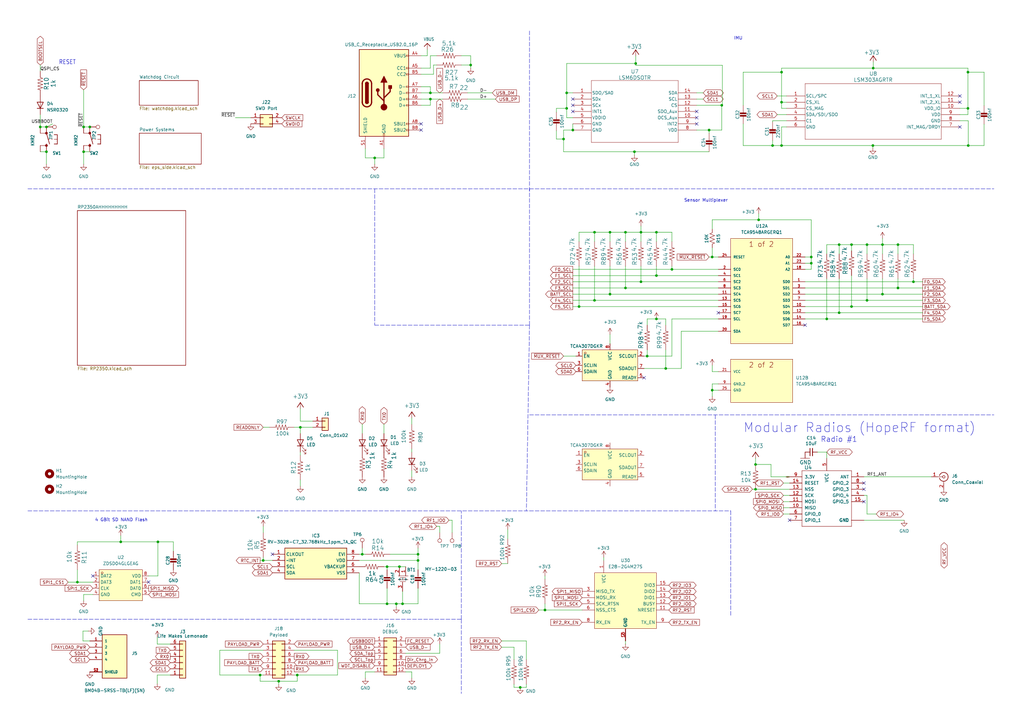
<source format=kicad_sch>
(kicad_sch (version 20250114) (generator "eeschema") (generator_version "9.0")
  (paper "A3")
  (text "4 GBit SD NAND Flash" (at 49.784 213.36 0) (effects (font (size 1.27 1.27))))
  (text "Radio #1" (at 336.55 181.61 0) (effects (font (size 2.159 2.159)) (justify left bottom)))
  (text "Modular Radios (HopeRF format)" (at 304.8 177.8 0) (effects (font (size 3.81 3.81)) (justify left bottom)))
  (text "Sensor Multiplexer" (at 289.56 82.296 0) (effects (font (size 1.27 1.27))))
  (text "RESET" (at 24.13 26.67 0) (effects (font (size 1.778 1.5113)) (justify left bottom)))
  (text "IMU\n" (at 300.99 16.51 0) (effects (font (size 1.27 1.27)) (justify left bottom)))
  (junction (at 231.14 57.023))
  (junction (at 262.89 115.57))
  (junction (at 153.67 64.77))
  (junction (at 344.17 128.27))
  (junction (at 106.68 276.86))
  (junction (at 232.41 38.1))
  (junction (at 171.45 227.33))
  (junction (at 243.84 123.19))
  (junction (at 256.54 95.25))
  (junction (at 243.84 95.25))
  (junction (at 16.51 52.07))
  (junction (at 193.04 26.67))
  (junction (at 148.59 227.33))
  (junction (at 361.95 120.65))
  (junction (at 332.74 107.95))
  (junction (at 176.53 40.64))
  (junction (at 358.013 59.69))
  (junction (at 368.3 100.33))
  (junction (at 19.05 62.23))
  (junction (at 234.95 53.34))
  (junction (at 114.3 279.4))
  (junction (at 176.53 38.1))
  (junction (at 269.24 130.81))
  (junction (at 311.15 90.17))
  (junction (at 397.002 44.45))
  (junction (at 320.548 29.591))
  (junction (at 256.54 118.11))
  (junction (at 296.037 43.18))
  (junction (at 269.24 95.25))
  (junction (at 292.1 105.41))
  (junction (at 309.88 190.5))
  (junction (at 36.83 52.07))
  (junction (at 275.59 110.49))
  (junction (at 355.6 100.33))
  (junction (at 49.53 222.25))
  (junction (at 349.25 125.73))
  (junction (at 316.865 59.69))
  (junction (at 262.89 95.25))
  (junction (at 34.29 62.23))
  (junction (at 171.45 229.87))
  (junction (at 397.129 59.69))
  (junction (at 250.19 95.25))
  (junction (at 121.92 276.86))
  (junction (at 332.74 105.41))
  (junction (at 361.95 100.33))
  (junction (at 34.29 52.07))
  (junction (at 223.52 250.19))
  (junction (at 358.14 27.94))
  (junction (at 292.1 160.02))
  (junction (at 162.56 247.65))
  (junction (at 265.43 146.05))
  (junction (at 320.548 59.69))
  (junction (at 269.24 113.03))
  (junction (at 309.88 200.66))
  (junction (at 232.41 44.45))
  (junction (at 339.09 130.81))
  (junction (at 123.19 175.26))
  (junction (at 19.05 52.07))
  (junction (at 349.25 100.33))
  (junction (at 31.75 238.76))
  (junction (at 213.36 281.94))
  (junction (at 397.002 29.591))
  (junction (at 368.3 118.11))
  (junction (at 355.6 123.19))
  (junction (at 320.548 41.91))
  (junction (at 107.95 229.87))
  (junction (at 260.731 26.035))
  (junction (at 290.83 53.34))
  (junction (at 64.77 222.25))
  (junction (at 237.49 125.73))
  (junction (at 158.75 232.41))
  (junction (at 374.65 115.57))
  (junction (at 165.1 247.65))
  (junction (at 158.75 247.65))
  (junction (at 273.05 151.13))
  (junction (at 344.17 100.33))
  (junction (at 163.83 232.41))
  (junction (at 250.19 120.65))
  (junction (at 260.223 62.23))
  (no_connect (at 354.33 200.66))
  (no_connect (at 60.96 238.76))
  (no_connect (at 172.72 50.8))
  (no_connect (at 234.95 40.64))
  (no_connect (at 111.76 227.33))
  (no_connect (at 172.72 53.34))
  (no_connect (at 323.85 213.36))
  (no_connect (at 264.16 154.94))
  (no_connect (at 330.2 133.35))
  (no_connect (at 354.33 205.74))
  (no_connect (at 294.64 128.27))
  (no_connect (at 354.33 198.12))
  (no_connect (at 285.75 50.8))
  (no_connect (at 393.7 52.07))
  (no_connect (at 234.95 45.72))
  (no_connect (at 393.7 39.37))
  (no_connect (at 234.95 43.18))
  (no_connect (at 285.75 48.26))
  (no_connect (at 393.7 41.91))
  (no_connect (at 38.1 236.22))
  (no_connect (at 285.75 45.72))
  (wire (pts (xy 191.77 38.1) (xy 201.93 38.1)))
  (wire (pts (xy 262.89 92.71) (xy 262.89 95.25)))
  (polyline (pts (xy 217.17 77.47) (xy 407.67 77.47)) (stroke (width 0) (type dash)))
  (wire (pts (xy 250.19 137.16) (xy 250.19 140.97)))
  (wire (pts (xy 397.002 27.94) (xy 397.002 29.591)))
  (wire (pts (xy 208.28 217.17) (xy 208.28 220.98)))
  (wire (pts (xy 176.53 43.18) (xy 172.72 43.18)))
  (wire (pts (xy 316.865 57.658) (xy 316.865 59.69)))
  (wire (pts (xy 107.95 229.87) (xy 111.76 229.87)))
  (wire (pts (xy 403.606 43.307) (xy 403.606 29.591)))
  (wire (pts (xy 153.67 64.77) (xy 149.86 64.77)))
  (wire (pts (xy 323.85 205.74) (xy 321.31 205.74)))
  (wire (pts (xy 231.14 57.023) (xy 231.14 62.23)))
  (wire (pts (xy 292.1 160.02) (xy 292.1 162.56)))
  (wire (pts (xy 275.59 130.81) (xy 294.64 130.81)))
  (wire (pts (xy 279.4 135.89) (xy 294.64 135.89)))
  (wire (pts (xy 316.865 49.53) (xy 322.58 49.53)))
  (wire (pts (xy 157.48 173.99) (xy 157.48 177.8)))
  (wire (pts (xy 38.1 243.84) (xy 34.29 243.84)))
  (wire (pts (xy 179.07 215.9) (xy 180.34 215.9)))
  (wire (pts (xy 260.731 22.987) (xy 260.731 26.035)))
  (wire (pts (xy 34.036 262.89) (xy 34.036 258.826)))
  (wire (pts (xy 166.37 267.97) (xy 180.34 267.97)))
  (wire (pts (xy 321.31 210.82) (xy 323.85 210.82)))
  (wire (pts (xy 393.7 49.53) (xy 397.129 49.53)))
  (wire (pts (xy 264.16 151.13) (xy 273.05 151.13)))
  (wire (pts (xy 158.75 241.3) (xy 158.75 247.65)))
  (wire (pts (xy 148.59 224.79) (xy 148.59 227.33)))
  (wire (pts (xy 176.53 38.1) (xy 172.72 38.1)))
  (wire (pts (xy 228.219 44.45) (xy 232.41 44.45)))
  (wire (pts (xy 355.6 114.3) (xy 355.6 123.19)))
  (wire (pts (xy 393.7 44.45) (xy 397.002 44.45)))
  (wire (pts (xy 273.05 143.51) (xy 273.05 151.13)))
  (wire (pts (xy 269.24 109.22) (xy 269.24 113.03)))
  (wire (pts (xy 361.95 100.33) (xy 361.95 104.14)))
  (wire (pts (xy 223.52 250.19) (xy 238.76 250.19)))
  (wire (pts (xy 304.8 50.8) (xy 304.8 59.69)))
  (wire (pts (xy 148.59 227.33) (xy 149.86 227.33)))
  (wire (pts (xy 256.54 95.25) (xy 262.89 95.25)))
  (wire (pts (xy 358.013 59.69) (xy 358.013 60.706)))
  (wire (pts (xy 36.83 262.89) (xy 34.036 262.89)))
  (wire (pts (xy 397.002 27.94) (xy 358.14 27.94)))
  (wire (pts (xy 189.23 22.86) (xy 193.04 22.86)))
  (wire (pts (xy 123.19 167.64) (xy 123.19 172.72)))
  (wire (pts (xy 114.3 279.4) (xy 121.92 279.4)))
  (wire (pts (xy 232.41 26.035) (xy 260.731 26.035)))
  (wire (pts (xy 320.548 29.591) (xy 320.548 41.91)))
  (wire (pts (xy 256.54 262.89) (xy 256.54 264.16)))
  (polyline (pts (xy 217.17 12.7) (xy 217.17 78.74)) (stroke (width 0) (type dash)))
  (wire (pts (xy 316.865 50.038) (xy 316.865 49.53)))
  (wire (pts (xy 374.65 114.3) (xy 374.65 115.57)))
  (wire (pts (xy 256.54 118.11) (xy 294.64 118.11)))
  (wire (pts (xy 34.29 36.83) (xy 34.29 52.07)))
  (wire (pts (xy 210.82 280.67) (xy 210.82 281.94)))
  (wire (pts (xy 265.43 133.35) (xy 265.43 130.81)))
  (wire (pts (xy 374.65 100.33) (xy 368.3 100.33)))
  (wire (pts (xy 265.43 146.05) (xy 264.16 146.05)))
  (wire (pts (xy 165.1 247.65) (xy 171.45 247.65)))
  (wire (pts (xy 243.84 95.25) (xy 250.19 95.25)))
  (polyline (pts (xy 153.67 133.35) (xy 217.17 133.35)) (stroke (width 0) (type dash)))
  (wire (pts (xy 31.75 223.52) (xy 31.75 222.25)))
  (wire (pts (xy 304.8 43.18) (xy 304.8 29.591)))
  (wire (pts (xy 292.1 90.17) (xy 292.1 93.98)))
  (wire (pts (xy 250.19 109.22) (xy 250.19 120.65)))
  (wire (pts (xy 316.23 195.58) (xy 316.23 190.5)))
  (wire (pts (xy 320.548 27.94) (xy 320.548 29.591)))
  (wire (pts (xy 355.6 203.2) (xy 355.6 210.82)))
  (wire (pts (xy 166.37 275.59) (xy 168.91 275.59)))
  (wire (pts (xy 205.74 231.14) (xy 208.28 231.14)))
  (wire (pts (xy 162.56 247.65) (xy 165.1 247.65)))
  (wire (pts (xy 60.96 236.22) (xy 64.77 236.22)))
  (wire (pts (xy 397.002 44.45) (xy 397.002 46.99)))
  (wire (pts (xy 16.51 62.23) (xy 19.05 62.23)))
  (wire (pts (xy 323.85 195.58) (xy 316.23 195.58)))
  (wire (pts (xy 330.2 123.19) (xy 355.6 123.19)))
  (wire (pts (xy 403.606 29.591) (xy 397.002 29.591)))
  (wire (pts (xy 330.2 120.65) (xy 361.95 120.65)))
  (wire (pts (xy 157.48 60.96) (xy 157.48 64.77)))
  (wire (pts (xy 275.59 99.06) (xy 275.59 95.25)))
  (wire (pts (xy 149.86 275.59) (xy 149.86 278.13)))
  (wire (pts (xy 168.91 184.15) (xy 168.91 185.42)))
  (wire (pts (xy 107.95 175.26) (xy 110.49 175.26)))
  (wire (pts (xy 285.75 40.64) (xy 288.417 40.64)))
  (wire (pts (xy 158.75 247.65) (xy 162.56 247.65)))
  (wire (pts (xy 330.2 115.57) (xy 374.65 115.57)))
  (wire (pts (xy 265.43 130.81) (xy 269.24 130.81)))
  (wire (pts (xy 234.95 50.8) (xy 234.95 53.34)))
  (wire (pts (xy 191.77 40.64) (xy 203.2 40.64)))
  (wire (pts (xy 31.75 238.76) (xy 38.1 238.76)))
  (wire (pts (xy 120.65 266.7) (xy 138.43 266.7)))
  (wire (pts (xy 34.29 243.84) (xy 34.29 246.38)))
  (wire (pts (xy 162.56 248.92) (xy 162.56 247.65)))
  (wire (pts (xy 49.53 219.71) (xy 49.53 222.25)))
  (wire (pts (xy 358.14 25.4) (xy 358.14 27.94)))
  (wire (pts (xy 64.516 264.16) (xy 69.85 264.16)))
  (wire (pts (xy 330.2 110.49) (xy 332.74 110.49)))
  (wire (pts (xy 320.548 27.94) (xy 358.14 27.94)))
  (wire (pts (xy 304.8 59.69) (xy 316.865 59.69)))
  (wire (pts (xy 147.32 227.33) (xy 148.59 227.33)))
  (wire (pts (xy 147.32 247.65) (xy 147.32 234.95)))
  (wire (pts (xy 309.88 200.66) (xy 323.85 200.66)))
  (wire (pts (xy 349.25 100.33) (xy 355.6 100.33)))
  (wire (pts (xy 332.74 105.41) (xy 332.74 90.17)))
  (wire (pts (xy 90.17 276.86) (xy 106.68 276.86)))
  (wire (pts (xy 275.59 146.05) (xy 265.43 146.05)))
  (wire (pts (xy 374.65 115.57) (xy 378.46 115.57)))
  (wire (pts (xy 215.9 280.67) (xy 215.9 281.94)))
  (wire (pts (xy 138.43 276.86) (xy 121.92 276.86)))
  (wire (pts (xy 215.9 262.89) (xy 215.9 270.51)))
  (wire (pts (xy 215.9 281.94) (xy 213.36 281.94)))
  (wire (pts (xy 323.85 203.2) (xy 321.31 203.2)))
  (wire (pts (xy 374.65 104.14) (xy 374.65 100.33)))
  (wire (pts (xy 234.95 123.19) (xy 243.84 123.19)))
  (wire (pts (xy 175.26 22.86) (xy 175.26 20.32)))
  (wire (pts (xy 234.95 53.34) (xy 231.14 53.34)))
  (wire (pts (xy 269.24 113.03) (xy 294.64 113.03)))
  (wire (pts (xy 107.95 228.6) (xy 107.95 229.87)))
  (wire (pts (xy 177.8 26.67) (xy 179.07 26.67)))
  (wire (pts (xy 157.48 64.77) (xy 153.67 64.77)))
  (wire (pts (xy 243.84 123.19) (xy 294.64 123.19)))
  (wire (pts (xy 193.04 22.86) (xy 193.04 26.67)))
  (wire (pts (xy 275.59 109.22) (xy 275.59 110.49)))
  (wire (pts (xy 397.129 49.53) (xy 397.129 59.69)))
  (wire (pts (xy 234.95 118.11) (xy 256.54 118.11)))
  (wire (pts (xy 31.75 222.25) (xy 49.53 222.25)))
  (wire (pts (xy 296.291 43.18) (xy 296.291 26.797)))
  (wire (pts (xy 330.2 105.41) (xy 332.74 105.41)))
  (wire (pts (xy 171.45 229.87) (xy 171.45 227.33)))
  (wire (pts (xy 64.77 222.25) (xy 71.12 222.25)))
  (wire (pts (xy 220.98 250.19) (xy 223.52 250.19)))
  (wire (pts (xy 168.91 193.04) (xy 168.91 195.58)))
  (wire (pts (xy 243.84 99.06) (xy 243.84 95.25)))
  (wire (pts (xy 292.1 152.4) (xy 294.64 152.4)))
  (wire (pts (xy 102.87 48.26) (xy 96.52 48.26)))
  (wire (pts (xy 34.036 258.826) (xy 36.195 258.826)))
  (polyline (pts (xy 217.17 133.35) (xy 217.17 77.47)) (stroke (width 0) (type dash)))
  (wire (pts (xy 90.17 266.7) (xy 90.17 276.86)))
  (wire (pts (xy 168.91 171.45) (xy 168.91 173.99)))
  (wire (pts (xy 180.34 267.97) (xy 180.34 264.16)))
  (wire (pts (xy 361.95 120.65) (xy 378.46 120.65)))
  (polyline (pts (xy 11.43 209.55) (xy 217.17 209.55)) (stroke (width 0) (type dash)))
  (wire (pts (xy 172.72 30.48) (xy 177.8 30.48)))
  (wire (pts (xy 16.51 29.21) (xy 16.51 26.67)))
  (wire (pts (xy 237.49 99.06) (xy 237.49 95.25)))
  (wire (pts (xy 19.05 52.07) (xy 16.51 52.07)))
  (wire (pts (xy 176.53 27.94) (xy 176.53 22.86)))
  (wire (pts (xy 368.3 104.14) (xy 368.3 100.33)))
  (wire (pts (xy 234.95 120.65) (xy 250.19 120.65)))
  (wire (pts (xy 234.95 110.49) (xy 275.59 110.49)))
  (wire (pts (xy 234.95 115.57) (xy 262.89 115.57)))
  (wire (pts (xy 275.59 95.25) (xy 269.24 95.25)))
  (wire (pts (xy 123.19 175.26) (xy 123.19 177.8)))
  (wire (pts (xy 292.1 160.02) (xy 294.64 160.02)))
  (wire (pts (xy 339.09 185.42) (xy 335.28 185.42)))
  (wire (pts (xy 339.09 130.81) (xy 378.46 130.81)))
  (wire (pts (xy 285.75 43.18) (xy 296.037 43.18)))
  (wire (pts (xy 344.17 104.14) (xy 344.17 100.33)))
  (wire (pts (xy 290.83 105.41) (xy 292.1 105.41)))
  (polyline (pts (xy 11.43 77.47) (xy 217.17 77.47)) (stroke (width 0) (type dash)))
  (polyline (pts (xy 189.23 254) (xy 189.23 209.55)) (stroke (width 0) (type dash)))
  (wire (pts (xy 176.53 40.64) (xy 172.72 40.64)))
  (wire (pts (xy 332.74 110.49) (xy 332.74 107.95)))
  (wire (pts (xy 232.41 38.1) (xy 234.95 38.1)))
  (wire (pts (xy 176.53 40.64) (xy 176.53 43.18)))
  (wire (pts (xy 349.25 113.03) (xy 349.25 125.73)))
  (wire (pts (xy 228.219 57.023) (xy 231.14 57.023)))
  (wire (pts (xy 294.64 157.48) (xy 292.1 157.48)))
  (polyline (pts (xy 293.37 170.18) (xy 293.37 209.55)) (stroke (width 0) (type dash)))
  (wire (pts (xy 223.52 247.65) (xy 223.52 250.19)))
  (wire (pts (xy 234.95 113.03) (xy 269.24 113.03)))
  (wire (pts (xy 231.14 146.05) (xy 236.22 146.05)))
  (wire (pts (xy 232.41 38.1) (xy 232.41 26.035)))
  (wire (pts (xy 304.8 29.591) (xy 320.548 29.591)))
  (polyline (pts (xy 153.67 77.47) (xy 153.67 133.35)) (stroke (width 0) (type dash)))
  (wire (pts (xy 107.95 266.7) (xy 90.17 266.7)))
  (wire (pts (xy 172.72 27.94) (xy 176.53 27.94)))
  (wire (pts (xy 176.53 22.86) (xy 179.07 22.86)))
  (wire (pts (xy 339.09 104.14) (xy 339.09 100.33)))
  (wire (pts (xy 361.95 97.79) (xy 361.95 100.33)))
  (wire (pts (xy 231.14 62.23) (xy 260.223 62.23)))
  (wire (pts (xy 121.92 276.86) (xy 121.92 279.4)))
  (wire (pts (xy 397.129 59.69) (xy 358.013 59.69)))
  (wire (pts (xy 176.53 38.1) (xy 176.53 35.56)))
  (wire (pts (xy 232.41 48.26) (xy 232.41 44.45)))
  (wire (pts (xy 344.17 100.33) (xy 349.25 100.33)))
  (wire (pts (xy 260.223 62.23) (xy 260.223 63.627)))
  (polyline (pts (xy 299.72 209.55) (xy 299.72 252.73)) (stroke (width 0) (type dash)))
  (wire (pts (xy 318.77 39.37) (xy 322.58 39.37)))
  (polyline (pts (xy 217.17 170.18) (xy 407.67 170.18)) (stroke (width 0) (type dash)))
  (wire (pts (xy 114.3 279.4) (xy 114.3 280.67)))
  (wire (pts (xy 64.77 222.25) (xy 64.77 236.22)))
  (wire (pts (xy 397.002 44.45) (xy 397.002 29.591)))
  (wire (pts (xy 138.43 266.7) (xy 138.43 276.86)))
  (wire (pts (xy 210.82 265.43) (xy 210.82 270.51)))
  (wire (pts (xy 123.19 172.72) (xy 128.27 172.72)))
  (wire (pts (xy 355.6 123.19) (xy 378.46 123.19)))
  (wire (pts (xy 354.33 213.36) (xy 370.84 213.36)))
  (wire (pts (xy 247.65 228.6) (xy 247.65 229.87)))
  (wire (pts (xy 36.83 62.23) (xy 34.29 62.23)))
  (wire (pts (xy 368.3 114.3) (xy 368.3 118.11)))
  (wire (pts (xy 275.59 110.49) (xy 294.64 110.49)))
  (wire (pts (xy 177.8 30.48) (xy 177.8 26.67)))
  (wire (pts (xy 176.53 35.56) (xy 172.72 35.56)))
  (wire (pts (xy 149.86 64.77) (xy 149.86 60.96)))
  (wire (pts (xy 184.15 213.36) (xy 185.42 213.36)))
  (wire (pts (xy 292.1 149.86) (xy 292.1 152.4)))
  (wire (pts (xy 262.89 109.22) (xy 262.89 115.57)))
  (wire (pts (xy 185.42 213.36) (xy 185.42 218.44)))
  (wire (pts (xy 403.606 50.927) (xy 403.606 59.69)))
  (wire (pts (xy 123.19 175.26) (xy 128.27 175.26)))
  (wire (pts (xy 165.1 242.57) (xy 165.1 247.65)))
  (wire (pts (xy 296.037 43.18) (xy 296.037 53.34)))
  (wire (pts (xy 31.75 233.68) (xy 31.75 238.76)))
  (wire (pts (xy 354.33 195.58) (xy 382.016 195.58)))
  (wire (pts (xy 330.2 118.11) (xy 368.3 118.11)))
  (wire (pts (xy 290.83 62.23) (xy 260.223 62.23)))
  (wire (pts (xy 250.19 95.25) (xy 256.54 95.25)))
  (wire (pts (xy 228.219 53.594) (xy 228.219 57.023)))
  (wire (pts (xy 355.6 100.33) (xy 361.95 100.33)))
  (wire (pts (xy 275.59 146.05) (xy 275.59 130.81)))
  (wire (pts (xy 323.85 208.28) (xy 321.31 208.28)))
  (wire (pts (xy 344.17 114.3) (xy 344.17 128.27)))
  (wire (pts (xy 292.1 157.48) (xy 292.1 160.02)))
  (wire (pts (xy 262.89 115.57) (xy 294.64 115.57)))
  (wire (pts (xy 232.41 48.26) (xy 234.95 48.26)))
  (wire (pts (xy 273.05 151.13) (xy 279.4 151.13)))
  (wire (pts (xy 256.54 95.25) (xy 256.54 99.06)))
  (wire (pts (xy 361.95 114.3) (xy 361.95 120.65)))
  (wire (pts (xy 322.58 52.07) (xy 320.548 52.07)))
  (wire (pts (xy 250.19 95.25) (xy 250.19 99.06)))
  (wire (pts (xy 292.1 90.17) (xy 311.15 90.17)))
  (wire (pts (xy 205.74 265.43) (xy 210.82 265.43)))
  (wire (pts (xy 172.72 22.86) (xy 175.26 22.86)))
  (wire (pts (xy 123.19 196.85) (xy 123.19 199.39)))
  (wire (pts (xy 322.58 44.45) (xy 320.548 44.45)))
  (wire (pts (xy 106.68 229.87) (xy 107.95 229.87)))
  (wire (pts (xy 231.14 53.34) (xy 231.14 57.023)))
  (wire (pts (xy 34.29 52.07) (xy 36.83 52.07)))
  (wire (pts (xy 292.1 105.41) (xy 292.1 101.6)))
  (wire (pts (xy 237.49 95.25) (xy 243.84 95.25)))
  (wire (pts (xy 316.23 190.5) (xy 309.88 190.5)))
  (polyline (pts (xy 189.23 254) (xy 189.23 284.48)) (stroke (width 0) (type dash)))
  (wire (pts (xy 320.548 59.69) (xy 358.013 59.69)))
  (polyline (pts (xy 11.43 254) (xy 189.23 254)) (stroke (width 0) (type dash)))
  (wire (pts (xy 106.68 279.4) (xy 114.3 279.4)))
  (wire (pts (xy 232.41 44.45) (xy 232.41 38.1)))
  (wire (pts (xy 320.548 52.07) (xy 320.548 59.69)))
  (wire (pts (xy 330.2 130.81) (xy 339.09 130.81)))
  (wire (pts (xy 228.219 45.974) (xy 228.219 44.45)))
  (wire (pts (xy 294.64 105.41) (xy 292.1 105.41)))
  (wire (pts (xy 368.3 118.11) (xy 378.46 118.11)))
  (wire (pts (xy 260.731 26.797) (xy 296.291 26.797)))
  (wire (pts (xy 279.4 151.13) (xy 279.4 135.89)))
  (wire (pts (xy 265.43 143.51) (xy 265.43 146.05)))
  (wire (pts (xy 256.54 109.22) (xy 256.54 118.11)))
  (wire (pts (xy 330.2 125.73) (xy 349.25 125.73)))
  (wire (pts (xy 171.45 241.3) (xy 171.45 247.65)))
  (wire (pts (xy 64.516 276.86) (xy 64.516 280.416)))
  (wire (pts (xy 311.15 90.17) (xy 311.15 87.63)))
  (wire (pts (xy 16.51 46.99) (xy 16.51 52.07)))
  (wire (pts (xy 393.7 46.99) (xy 397.002 46.99)))
  (polyline (pts (xy 217.17 209.55) (xy 299.72 209.55)) (stroke (width 0) (type dash)))
  (wire (pts (xy 193.04 26.67) (xy 193.04 27.94)))
  (wire (pts (xy 176.53 38.1) (xy 181.61 38.1)))
  (wire (pts (xy 71.12 222.25) (xy 71.12 226.06)))
  (wire (pts (xy 27.94 238.76) (xy 31.75 238.76)))
  (wire (pts (xy 355.6 210.82) (xy 359.41 210.82)))
  (wire (pts (xy 339.09 114.3) (xy 339.09 130.81)))
  (wire (pts (xy 250.19 120.65) (xy 294.64 120.65)))
  (wire (pts (xy 158.75 233.68) (xy 158.75 232.41)))
  (wire (pts (xy 262.89 95.25) (xy 262.89 99.06)))
  (wire (pts (xy 123.19 185.42) (xy 123.19 186.69)))
  (wire (pts (xy 273.05 133.35) (xy 273.05 130.81)))
  (wire (pts (xy 64.516 261.366) (xy 64.516 264.16)))
  (wire (pts (xy 171.45 229.87) (xy 171.45 233.68)))
  (wire (pts (xy 189.23 26.67) (xy 193.04 26.67)))
  (wire (pts (xy 106.68 276.86) (xy 106.68 279.4)))
  (wire (pts (xy 168.91 275.59) (xy 168.91 278.13)))
  (wire (pts (xy 19.05 62.23) (xy 19.05 67.31)))
  (wire (pts (xy 323.85 198.12) (xy 321.31 198.12)))
  (wire (pts (xy 64.77 222.25) (xy 49.53 222.25)))
  (wire (pts (xy 349.25 125.73) (xy 378.46 125.73)))
  (wire (pts (xy 157.48 232.41) (xy 158.75 232.41)))
  (wire (pts (xy 320.548 41.91) (xy 320.548 44.45)))
  (wire (pts (xy 330.2 128.27) (xy 344.17 128.27)))
  (wire (pts (xy 147.32 247.65) (xy 158.75 247.65)))
  (wire (pts (xy 339.09 100.33) (xy 344.17 100.33)))
  (wire (pts (xy 120.65 276.86) (xy 121.92 276.86)))
  (wire (pts (xy 147.32 229.87) (xy 171.45 229.87)))
  (wire (pts (xy 308.61 200.66) (xy 309.88 200.66)))
  (wire (pts (xy 339.09 185.42) (xy 339.09 187.96)))
  (wire (pts (xy 403.606 59.69) (xy 397.129 59.69)))
  (wire (pts (xy 330.2 107.95) (xy 332.74 107.95)))
  (wire (pts (xy 69.85 276.86) (xy 64.516 276.86)))
  (wire (pts (xy 171.45 227.33) (xy 171.45 224.79)))
  (wire (pts (xy 316.865 59.69) (xy 320.548 59.69)))
  (wire (pts (xy 234.95 125.73) (xy 237.49 125.73)))
  (wire (pts (xy 106.68 276.86) (xy 107.95 276.86)))
  (wire (pts (xy 269.24 95.25) (xy 262.89 95.25)))
  (wire (pts (xy 180.34 215.9) (xy 180.34 218.44)))
  (wire (pts (xy 285.75 53.34) (xy 290.83 53.34)))
  (wire (pts (xy 332.74 90.17) (xy 311.15 90.17)))
  (wire (pts (xy 290.83 53.34) (xy 290.83 54.61)))
  (wire (pts (xy 285.75 38.1) (xy 288.417 38.1)))
  (wire (pts (xy 243.84 109.22) (xy 243.84 123.19)))
  (wire (pts (xy 290.83 53.34) (xy 296.037 53.34)))
  (wire (pts (xy 355.6 100.33) (xy 355.6 104.14)))
  (wire (pts (xy 296.037 43.18) (xy 296.291 43.18)))
  (wire (pts (xy 205.74 262.89) (xy 215.9 262.89)))
  (wire (pts (xy 273.05 130.81) (xy 269.24 130.81)))
  (wire (pts (xy 120.65 175.26) (xy 123.19 175.26)))
  (wire (pts (xy 332.74 107.95) (xy 332.74 105.41)))
  (wire (pts (xy 237.49 109.22) (xy 237.49 125.73)))
  (wire (pts (xy 176.53 40.64) (xy 181.61 40.64)))
  (wire (pts (xy 260.731 26.035) (xy 260.731 26.797)))
  (polyline (pts (xy 217.17 133.35) (xy 215.9 209.55)) (stroke (width 0) (type dash)))
  (wire (pts (xy 210.82 281.94) (xy 213.36 281.94)))
  (wire (pts (xy 237.49 125.73) (xy 294.64 125.73)))
  (wire (pts (xy 322.58 41.91) (xy 320.548 41.91)))
  (wire (pts (xy 160.02 227.33) (xy 171.45 227.33)))
  (wire (pts (xy 349.25 100.33) (xy 349.25 102.87)))
  (wire (pts (xy 21.59 50.8) (xy 19.05 52.07)))
  (wire (pts (xy 153.67 275.59) (xy 149.86 275.59)))
  (wire (pts (xy 163.83 232.41) (xy 166.37 232.41)))
  (wire (pts (xy 34.29 67.31) (xy 34.29 62.23)))
  (wire (pts (xy 158.75 232.41) (xy 163.83 232.41)))
  (wire (pts (xy 309.88 190.5) (xy 309.88 187.96)))
  (wire (pts (xy 107.95 215.9) (xy 107.95 218.44)))
  (wire (pts (xy 354.33 203.2) (xy 355.6 203.2)))
  (wire (pts (xy 318.77 46.99) (xy 322.58 46.99)))
  (wire (pts (xy 223.52 236.22) (xy 223.52 237.49)))
  (wire (pts (xy 344.17 128.27) (xy 378.46 128.27)))
  (wire (pts (xy 148.59 173.99) (xy 148.59 177.8)))
  (wire (pts (xy 153.67 64.77) (xy 153.67 67.31)))
  (wire (pts (xy 368.3 100.33) (xy 361.95 100.33)))
  (wire (pts (xy 269.24 99.06) (xy 269.24 95.25)))
  (label "D-" (at 196.85 38.1 0) (effects (font (size 1.2446 1.2446))))
  (label "QSPI_CS" (at 16.51 29.21 0) (effects (font (size 1.2446 1.2446))))
  (label "~{RESET}" (at 34.29 52.07 90) (effects (font (size 1.2446 1.2446))))
  (label "~{RESET}" (at 96.52 48.26 180) (effects (font (size 1.2446 1.2446))))
  (label "RF1_ANT" (at 355.6 195.58 0))
  (label "D+" (at 196.85 40.64 0) (effects (font (size 1.2446 1.2446))))
  (label "USBBOOT" (at 21.59 50.8 180) (effects (font (size 1.2446 1.2446))))
  (global_label "SDA1" (shape bidirectional) (at 36.83 267.97 180) (property "Intersheetrefs" "${INTERSHEET_REFS}" (effects (hide yes))))
  (global_label "BOOTSEL" (shape bidirectional) (at 16.51 26.67 90) (property "Intersheetrefs" "${INTERSHEET_REFS}" (effects (hide yes))))
  (global_label "SCL1" (shape bidirectional) (at 69.85 274.32 180) (property "Intersheetrefs" "${INTERSHEET_REFS}" (effects (hide yes))))
  (global_label "SCL1" (shape bidirectional) (at 318.77 39.37 180) (property "Intersheetrefs" "${INTERSHEET_REFS}" (effects (hide yes))))
  (global_label "RF2_RST" (shape input) (at 205.74 231.14 180) (property "Intersheetrefs" "${INTERSHEET_REFS}" (effects (hide yes))))
  (global_label "WDT_DISABLE" (shape input) (at 153.67 273.05 180) (property "Intersheetrefs" "${INTERSHEET_REFS}" (effects (hide yes))))
  (global_label "SPI0_CS0" (shape bidirectional) (at 308.61 200.66 180) (property "Intersheetrefs" "${INTERSHEET_REFS}" (effects (hide yes))))
  (global_label "F1_SCL" (shape output) (at 234.95 113.03 180) (property "Intersheetrefs" "${INTERSHEET_REFS}" (effects (hide yes))))
  (global_label "SWDIO" (shape input) (at 115.57 50.8 0) (property "Intersheetrefs" "${INTERSHEET_REFS}" (effects (hide yes))))
  (global_label "SPI0_MOSI" (shape input) (at 321.31 205.74 180) (property "Intersheetrefs" "${INTERSHEET_REFS}" (effects (hide yes))))
  (global_label "PAYLOAD_BATT" (shape input) (at 120.65 271.78 0) (property "Intersheetrefs" "${INTERSHEET_REFS}" (effects (hide yes))))
  (global_label "~{MUX_RESET}" (shape input) (at 231.14 146.05 180) (property "Intersheetrefs" "${INTERSHEET_REFS}" (effects (hide yes))))
  (global_label "RF1_IO4" (shape bidirectional) (at 359.41 210.82 0) (property "Intersheetrefs" "${INTERSHEET_REFS}" (effects (hide yes))))
  (global_label "~{RESET}" (shape input) (at 34.29 36.83 90) (property "Intersheetrefs" "${INTERSHEET_REFS}" (effects (hide yes))))
  (global_label "RX1" (shape output) (at 120.65 274.32 0) (property "Intersheetrefs" "${INTERSHEET_REFS}" (effects (hide yes))))
  (global_label "TX0" (shape bidirectional) (at 157.48 173.99 90) (property "Intersheetrefs" "${INTERSHEET_REFS}" (effects (hide yes))))
  (global_label "RX0" (shape output) (at 120.65 269.24 0) (property "Intersheetrefs" "${INTERSHEET_REFS}" (effects (hide yes))))
  (global_label "USBBOOT" (shape output) (at 153.67 262.89 180) (property "Intersheetrefs" "${INTERSHEET_REFS}" (effects (hide yes))))
  (global_label "F3_SCL" (shape output) (at 234.95 118.11 180) (property "Intersheetrefs" "${INTERSHEET_REFS}" (effects (hide yes))))
  (global_label "~{MUX_RESET}" (shape input) (at 290.83 105.41 180) (property "Intersheetrefs" "${INTERSHEET_REFS}" (effects (hide yes))))
  (global_label "SPI1_CS0" (shape input) (at 220.98 250.19 180) (property "Intersheetrefs" "${INTERSHEET_REFS}" (effects (hide yes))))
  (global_label "USB_D+" (shape input) (at 153.67 265.43 180) (property "Intersheetrefs" "${INTERSHEET_REFS}" (effects (hide yes))))
  (global_label "F4_SDA" (shape output) (at 378.46 128.27 0) (property "Intersheetrefs" "${INTERSHEET_REFS}" (effects (hide yes))))
  (global_label "SPI1_SCK" (shape input) (at 238.76 247.65 180) (property "Intersheetrefs" "${INTERSHEET_REFS}" (effects (hide yes))))
  (global_label "TX1" (shape input) (at 107.95 274.32 180) (property "Intersheetrefs" "${INTERSHEET_REFS}" (effects (hide yes))))
  (global_label "SPI0_MISO" (shape output) (at 321.31 208.28 180) (property "Intersheetrefs" "${INTERSHEET_REFS}" (effects (hide yes))))
  (global_label "RF2_TX_EN" (shape input) (at 205.74 265.43 180) (property "Intersheetrefs" "${INTERSHEET_REFS}" (effects (hide yes))))
  (global_label "F5_SDA" (shape output) (at 378.46 130.81 0) (property "Intersheetrefs" "${INTERSHEET_REFS}" (effects (hide yes))))
  (global_label "TX0" (shape input) (at 107.95 269.24 180) (property "Intersheetrefs" "${INTERSHEET_REFS}" (effects (hide yes))))
  (global_label "RF1_IO0" (shape bidirectional) (at 321.31 210.82 180) (property "Intersheetrefs" "${INTERSHEET_REFS}" (effects (hide yes))))
  (global_label "SCL0" (shape bidirectional) (at 236.22 149.86 180) (property "Intersheetrefs" "${INTERSHEET_REFS}" (effects (hide yes))))
  (global_label "SWCLK" (shape input) (at 115.57 48.26 0) (property "Intersheetrefs" "${INTERSHEET_REFS}" (effects (hide yes))))
  (global_label "RF2_IO3" (shape bidirectional) (at 274.32 240.03 0) (property "Intersheetrefs" "${INTERSHEET_REFS}" (effects (hide yes))))
  (global_label "SDA1" (shape bidirectional) (at 288.417 38.1 0) (property "Intersheetrefs" "${INTERSHEET_REFS}" (effects (hide yes))))
  (global_label "RF2_IO2" (shape bidirectional) (at 274.32 242.57 0) (property "Intersheetrefs" "${INTERSHEET_REFS}" (effects (hide yes))))
  (global_label "RF1_IO4" (shape bidirectional) (at 179.07 215.9 180) (property "Intersheetrefs" "${INTERSHEET_REFS}" (effects (hide yes))))
  (global_label "RF2_IO1" (shape bidirectional) (at 274.32 245.11 0) (property "Intersheetrefs" "${INTERSHEET_REFS}" (effects (hide yes))))
  (global_label "RF2_RX_EN" (shape input) (at 205.74 262.89 180) (property "Intersheetrefs" "${INTERSHEET_REFS}" (effects (hide yes))))
  (global_label "SCL1" (shape bidirectional) (at 36.83 270.51 180) (property "Intersheetrefs" "${INTERSHEET_REFS}" (effects (hide yes))))
  (global_label "RF2_RX_EN" (shape input) (at 238.76 255.27 180) (property "Intersheetrefs" "${INTERSHEET_REFS}" (effects (hide yes))))
  (global_label "SCL1" (shape bidirectional) (at 288.417 40.64 0) (property "Intersheetrefs" "${INTERSHEET_REFS}" (effects (hide yes))))
  (global_label "BATT_SDA" (shape output) (at 378.46 125.73 0) (property "Intersheetrefs" "${INTERSHEET_REFS}" (effects (hide yes))))
  (global_label "BATT_SCL" (shape output) (at 234.95 120.65 180) (property "Intersheetrefs" "${INTERSHEET_REFS}" (effects (hide yes))))
  (global_label "RF2_IO0" (shape bidirectional) (at 274.32 247.65 0) (property "Intersheetrefs" "${INTERSHEET_REFS}" (effects (hide yes))))
  (global_label "SDA0" (shape bidirectional) (at 236.22 152.4 180) (property "Intersheetrefs" "${INTERSHEET_REFS}" (effects (hide yes))))
  (global_label "SPI1_MISO" (shape output) (at 238.76 242.57 180) (property "Intersheetrefs" "${INTERSHEET_REFS}" (effects (hide yes))))
  (global_label "SPI1_CS1" (shape input) (at 27.94 238.76 180) (property "Intersheetrefs" "${INTERSHEET_REFS}" (effects (hide yes))))
  (global_label "USB_DM" (shape input) (at 201.93 38.1 0) (property "Intersheetrefs" "${INTERSHEET_REFS}" (effects (hide yes))))
  (global_label "TX0" (shape input) (at 69.85 266.7 180) (property "Intersheetrefs" "${INTERSHEET_REFS}" (effects (hide yes))))
  (global_label "FC_RESET" (shape output) (at 166.37 262.89 0) (property "Intersheetrefs" "${INTERSHEET_REFS}" (effects (hide yes))))
  (global_label "Dir_Chrg_In" (shape output) (at 166.37 270.51 0) (property "Intersheetrefs" "${INTERSHEET_REFS}" (effects (hide yes))))
  (global_label "F3_SDA" (shape output) (at 378.46 123.19 0) (property "Intersheetrefs" "${INTERSHEET_REFS}" (effects (hide yes))))
  (global_label "PAYLOAD_PWR" (shape input) (at 36.83 265.43 180) (property "Intersheetrefs" "${INTERSHEET_REFS}" (effects (hide yes))))
  (global_label "USB_D-" (shape input) (at 180.34 38.1 90) (property "Intersheetrefs" "${INTERSHEET_REFS}" (effects (hide yes))))
  (global_label "READONLY" (shape input) (at 107.95 175.26 180) (property "Intersheetrefs" "${INTERSHEET_REFS}" (effects (hide yes))))
  (global_label "RF1_RST" (shape bidirectional) (at 321.31 198.12 180) (property "Intersheetrefs" "${INTERSHEET_REFS}" (effects (hide yes))))
  (global_label "SDA1" (shape bidirectional) (at 318.77 46.99 180) (property "Intersheetrefs" "${INTERSHEET_REFS}" (effects (hide yes))))
  (global_label "SPI1_MOSI" (shape input) (at 238.76 245.11 180) (property "Intersheetrefs" "${INTERSHEET_REFS}" (effects (hide yes))))
  (global_label "F1_SDA" (shape output) (at 378.46 118.11 0) (property "Intersheetrefs" "${INTERSHEET_REFS}" (effects (hide yes))))
  (global_label "RX0" (shape bidirectional) (at 148.59 173.99 90) (property "Intersheetrefs" "${INTERSHEET_REFS}" (effects (hide yes))))
  (global_label "RF2_RST" (shape input) (at 274.32 250.19 0) (property "Intersheetrefs" "${INTERSHEET_REFS}" (effects (hide yes))))
  (global_label "SPI0_SCK" (shape input) (at 321.31 203.2 180) (property "Intersheetrefs" "${INTERSHEET_REFS}" (effects (hide yes))))
  (global_label "PAYLOAD_PWR" (shape input) (at 107.95 264.16 180) (property "Intersheetrefs" "${INTERSHEET_REFS}" (effects (hide yes))))
  (global_label "SCL1" (shape bidirectional) (at 111.76 232.41 180) (property "Intersheetrefs" "${INTERSHEET_REFS}" (effects (hide yes))))
  (global_label "RF1_IO0" (shape bidirectional) (at 184.15 213.36 180) (property "Intersheetrefs" "${INTERSHEET_REFS}" (effects (hide yes))))
  (global_label "RF_VCC" (shape bidirectional) (at 339.09 185.42 0) (property "Intersheetrefs" "${INTERSHEET_REFS}" (effects (hide yes))))
  (global_label "SDA_Top" (shape output) (at 153.67 267.97 180) (property "Intersheetrefs" "${INTERSHEET_REFS}" (effects (hide yes))))
  (global_label "SDA1" (shape bidirectional) (at 111.76 234.95 180) (property "Intersheetrefs" "${INTERSHEET_REFS}" (effects (hide yes))))
  (global_label "RTC_INT" (shape output) (at 106.68 229.87 180) (property "Intersheetrefs" "${INTERSHEET_REFS}" (effects (hide yes))))
  (global_label "SDA1" (shape bidirectional) (at 69.85 271.78 180) (property "Intersheetrefs" "${INTERSHEET_REFS}" (effects (hide yes))))
  (global_label "SPI1_MOSI" (shape input) (at 60.96 243.84 0) (property "Intersheetrefs" "${INTERSHEET_REFS}" (effects (hide yes))))
  (global_label "RX0" (shape output) (at 69.85 269.24 180) (property "Intersheetrefs" "${INTERSHEET_REFS}" (effects (hide yes))))
  (global_label "PAYLOAD_PWR" (shape input) (at 120.65 264.16 0) (property "Intersheetrefs" "${INTERSHEET_REFS}" (effects (hide yes))))
  (global_label "USB_DP" (shape input) (at 203.2 40.64 0) (property "Intersheetrefs" "${INTERSHEET_REFS}" (effects (hide yes))))
  (global_label "3.3V" (shape bidirectional) (at 323.85 195.58 180) (effects (font (size 0.254 0.254))) (property "Intersheetrefs" "${INTERSHEET_REFS}" (effects (hide yes))))
  (global_label "SPI1_SCK" (shape input) (at 38.1 241.3 180) (property "Intersheetrefs" "${INTERSHEET_REFS}" (effects (hide yes))))
  (global_label "DEPLOY1" (shape output) (at 166.37 273.05 0) (property "Intersheetrefs" "${INTERSHEET_REFS}" (effects (hide yes))))
  (global_label "F2_SDA" (shape output) (at 378.46 120.65 0) (property "Intersheetrefs" "${INTERSHEET_REFS}" (effects (hide yes))))
  (global_label "F0_SCL" (shape output) (at 234.95 110.49 180) (property "Intersheetrefs" "${INTERSHEET_REFS}" (effects (hide yes))))
  (global_label "F5_SCL" (shape output) (at 234.95 125.73 180) (property "Intersheetrefs" "${INTERSHEET_REFS}" (effects (hide yes))))
  (global_label "PAYLOAD_BATT" (shape input) (at 107.95 271.78 180) (property "Intersheetrefs" "${INTERSHEET_REFS}" (effects (hide yes))))
  (global_label "SPI1_MISO" (shape output) (at 60.96 241.3 0) (property "Intersheetrefs" "${INTERSHEET_REFS}" (effects (hide yes))))
  (global_label "F2_SCL" (shape output) (at 234.95 115.57 180) (property "Intersheetrefs" "${INTERSHEET_REFS}" (effects (hide yes))))
  (global_label "F0_SDA" (shape output) (at 378.46 115.57 0) (property "Intersheetrefs" "${INTERSHEET_REFS}" (effects (hide yes))))
  (global_label "RF_VCC" (shape bidirectional) (at 387.223 233.045 90) (property "Intersheetrefs" "${INTERSHEET_REFS}" (effects (hide yes))))
  (global_label "F4_SCL" (shape output) (at 234.95 123.19 180) (property "Intersheetrefs" "${INTERSHEET_REFS}" (effects (hide yes))))
  (global_label "USB_D-" (shape input) (at 166.37 265.43 0) (property "Intersheetrefs" "${INTERSHEET_REFS}" (effects (hide yes))))
  (global_label "RF2_TX_EN" (shape input) (at 274.32 255.27 0) (property "Intersheetrefs" "${INTERSHEET_REFS}" (effects (hide yes))))
  (global_label "USB_D+" (shape input) (at 180.34 40.64 270) (property "Intersheetrefs" "${INTERSHEET_REFS}" (effects (hide yes))))
  (global_label "SCL_Top" (shape output) (at 153.67 270.51 180) (property "Intersheetrefs" "${INTERSHEET_REFS}" (effects (hide yes))))
  (symbol (lib_id "mainboard:RESISTOR0603") (at 148.59 190.5 270) (unit 1)
    (property "Reference" "R3" (at 150.114 190.5 0) (effects (font (size 1.778 1.778)) (justify bottom)))
    (property "Value" "1k" (at 153.67 186.944 0) (effects (font (size 1.778 1.778)) (justify top)))
    (property "Footprint" "Resistor_SMD:R_0603_1608Metric" (effects (hide yes)))
    (property "Description" "100K 0603" (effects (hide yes)))
  )
  (symbol (lib_id "LSM6DSOTR:LSM6DSOTR") (at 234.95 38.1 0) (unit 1)
    (property "Reference" "U7" (at 260.35 29.337 0) (effects (font (size 1.524 1.524))))
    (property "Value" "LSM6DSOTR" (at 260.35 31.877 0) (effects (font (size 1.524 1.524))))
    (property "Footprint" "Package_LGA:LGA-14_3x2.5mm_P0.5mm_LayoutBorder3x4y" (effects (hide yes)))
    (property "Datasheet" "https://www.st.com/resource/en/datasheet/lsm6dso.pdf" (effects (hide yes)))
  )
  (symbol (lib_id "mainboard:10KOHM-1_10W-1%(0603)0603") (at 309.88 195.58 270) (unit 1)
    (property "Reference" "R13" (at 308.1528 194.2338 90) (effects (font (size 1.4986 1.4986)) (justify right)))
    (property "Value" "10k" (at 308.1528 196.9008 90) (effects (font (size 1.4986 1.4986)) (justify right)))
    (property "Footprint" "Resistor_SMD:R_0603_1608Metric" (effects (hide yes)))
    (property "Description" "10k 0603" (effects (hide yes)))
  )
  (symbol (lib_id "Device:C_Small") (at 332.74 185.42 90) (unit 1)
    (property "Reference" "C14" (at 332.74 179.6034 90))
    (property "Value" "10uF" (at 332.74 181.9148 90))
    (property "Footprint" "Capacitor_SMD:C_0603_1608Metric" (effects (hide yes)))
    (property "Description" "10uF +-20% 10V X5R" (effects (hide yes)))
  )
  (symbol (lib_id "power:GND") (at 387.096 200.66 0) (unit 1)
    (property "Reference" "#PWR047" (effects (hide yes)))
    (property "Value" "GND" (at 387.096 205.1034 0))
  )
  (symbol (lib_id "TCA9548ARGERQ1:TCA9548ARGERQ1") (at 292.1 105.41 0) (unit 1)
    (property "Reference" "U12" (at 312.42 92.71 0))
    (property "Value" "TCA9548ARGERQ1" (at 312.42 95.25 0))
    (property "Footprint" "TCAQ1:QFN_GERQ1_TEX" (effects (hide yes)))
    (property "MF" "Texas Instruments" (effects (hide yes)))
    (property "Description_1" "\n                        \n                            Automotive 8-channel 1.65- to 5.25v I2C/SMBus switch with reset & voltage translation\n                        \n" (effects (hide yes)))
    (property "COPYRIGHT" "Copyright (C) 2024 Ultra Librarian. All rights reserved." (effects (hide yes)))
    (property "Package" "VQFN-24 Texas Instruments" (effects (hide yes)))
    (property "Price" "None" (effects (hide yes)))
    (property "Check_prices" "https://www.snapeda.com/parts/TCA9548ARGERQ1/Texas+Instruments/view-part/?ref=eda" (effects (hide yes)))
    (property "Availability" "In Stock" (effects (hide yes)))
    (property "SnapEDA_Link" "https://www.snapeda.com/parts/TCA9548ARGERQ1/Texas+Instruments/view-part/?ref=snap" (effects (hide yes)))
    (property "MP" "TCA9548ARGERQ1" (effects (hide yes)))
    (property "MFR_NAME" "Texas Instruments" (effects (hide yes)))
    (property "MANUFACTURER_PART_NUMBER" "TCA9548ARGERQ1" (effects (hide yes)))
  )
  (symbol (lib_id "power:GND") (at 71.12 233.68 0) (unit 1)
    (property "Reference" "#PWR056" (effects (hide yes)))
    (property "Value" "GND" (at 71.12 238.1234 0))
  )
  (symbol (lib_id "Adafruit ItsyBitsy RP2040-eagle-import:SWITCH_TACT_SMT4.6X2.8") (at 36.83 57.15 270) (unit 1)
    (property "Reference" "SW2" (at 36.83 63.5 90) (effects (font (size 1.27 1.0795)) (justify left bottom)))
    (property "Value" "KMR2" (at 30.48 55.245 0) (effects (font (size 1.27 1.0795)) (justify left bottom)))
    (property "Footprint" "FC_DEV_BOARD:BTN_KMR2_4.6X2.8" (effects (hide yes)))
  )
  (symbol (lib_id "power:GND") (at 370.84 213.36 0) (unit 1)
    (property "Reference" "#PWR044" (effects (hide yes)))
    (property "Value" "GND" (at 370.84 217.8034 0))
  )
  (symbol (lib_id "power:+3V3") (at 292.1 149.86 0) (unit 1)
    (property "Reference" "#PWR077" (effects (hide yes)))
    (property "Value" "+3V3" (at 287.782 149.098 0))
  )
  (symbol (lib_id "Connector_Generic:Conn_01x02") (at 133.35 172.72 0) (unit 1)
    (property "Reference" "J1" (at 132.842 169.672 0) (effects (justify left)))
    (property "Value" "Conn_01x02" (at 131.064 178.562 0) (effects (justify left)))
    (property "Footprint" "Connector_PinHeader_2.54mm:PinHeader_1x02_P2.54mm_Vertical" (effects (hide yes)))
    (property "Description" "Generic connector, single row, 01x02, script generated (kicad-library-utils/schlib/autogen/connector/)" (effects (hide yes)))
  )
  (symbol (lib_id "Adafruit ItsyBitsy RP2040-eagle-import:SWITCH_TACT_SMT4.6X2.8") (at 19.05 57.15 270) (unit 1)
    (property "Reference" "SW1" (at 21.59 63.5 90) (effects (font (size 1.27 1.0795)) (justify left bottom)))
    (property "Value" "KMR2" (at 12.7 55.245 0) (effects (font (size 1.27 1.0795)) (justify left bottom)))
    (property "Footprint" "FC_DEV_BOARD:BTN_KMR2_4.6X2.8" (effects (hide yes)))
  )
  (symbol (lib_id "Device:LED") (at 157.48 181.61 90) (unit 1)
    (property "Reference" "D1" (at 160.02 179.324 90) (effects (justify right)))
    (property "Value" "LED" (at 160.02 181.864 90) (effects (justify right)))
    (property "Footprint" "LED_SMD:LED_0603_1608Metric" (effects (hide yes)))
  )
  (symbol (lib_id "power:+3V3") (at 262.89 92.71 0) (unit 1)
    (property "Reference" "#PWR095" (effects (hide yes)))
    (property "Value" "+3V3" (at 262.89 87.63 0))
  )
  (symbol (lib_id "mainboard:RESISTOR0603") (at 256.54 104.14 90) (unit 1)
    (property "Reference" "R56" (at 255.016 106.172 0) (effects (font (size 1.778 1.778)) (justify bottom)))
    (property "Value" "4.7k" (at 252.73 100.33 0) (effects (font (size 1.778 1.778)) (justify top)))
    (property "Footprint" "Resistor_SMD:R_0603_1608Metric" (effects (hide yes)))
    (property "Description" "100K 0603" (effects (hide yes)))
  )
  (symbol (lib_id "Adafruit ItsyBitsy RP2040-eagle-import:CAP_CERAMIC_0402NO") (at 316.865 55.118 0) (unit 1)
    (property "Reference" "C31" (at 314.575 53.868 90))
    (property "Value" "220nf" (at 319.165 53.868 90))
    (property "Footprint" "Capacitor_SMD:C_0402_1005Metric" (effects (hide yes)))
  )
  (symbol (lib_id "Connector:TestPoint") (at 36.83 52.07 270) (unit 1)
    (property "Reference" "TP2" (at 38.6588 53.5432 0) (effects (justify left)))
    (property "Value" "RESET" (effects (hide yes)))
    (property "Footprint" "TestPoint:TestPoint_Loop_D1.80mm_Drill1.0mm_Beaded" (effects (hide yes)))
  )
  (symbol (lib_id "Adafruit ItsyBitsy RP2040-eagle-import:+3V3") (at 168.91 168.91 0) (unit 1)
    (property "Reference" "#+3V024" (effects (hide yes)))
    (property "Value" "+3V3" (at 168.91 166.37 0) (effects (font (size 1.778 1.5113))))
    (property "Footprint" "Adafruit ItsyBitsy RP2040:" (effects (hide yes)))
  )
  (symbol (lib_name "GND_1") (lib_id "power:GND") (at 193.04 27.94 0) (unit 1)
    (property "Reference" "#PWR090" (effects (hide yes)))
    (property "Value" "GND" (at 193.04 33.02 0))
    (property "Description" "Power symbol creates a global label with name \"GND\" , ground" (effects (hide yes)))
  )
  (symbol (lib_id "LSM303AGTR:LSM303AGRTR") (at 322.58 39.37 0) (unit 1)
    (property "Reference" "U8" (at 358.14 30.226 0) (effects (font (size 1.524 1.524))))
    (property "Value" "LSM303AGRTR" (at 358.14 32.766 0) (effects (font (size 1.524 1.524))))
    (property "Footprint" "Package_LGA:LGA-12_2x2mm_P0.5mm" (effects (hide yes)))
    (property "Datasheet" "https://www.st.com/content/ccc/resource/technical/document/datasheet/74/c4/19/54/62/c5/46/13/DM00177685.pdf/files/DM00177685.pdf/jcr:content/translations/en.DM00177685.pdf" (effects (hide yes)))
  )
  (symbol (lib_id "mainboard:RESISTOR0603") (at 31.75 228.6 90) (unit 1)
    (property "Reference" "R11" (at 35.56 228.6 0) (effects (font (size 1.778 1.778)) (justify bottom)))
    (property "Value" "10k" (at 27.432 228.346 0) (effects (font (size 1.778 1.778)) (justify top)))
    (property "Footprint" "Resistor_SMD:R_0603_1608Metric" (effects (hide yes)))
    (property "Description" "100K 0603" (effects (hide yes)))
  )
  (symbol (lib_id "easyeda2kicad:MY-1220-03") (at 165.1 237.49 270) (unit 1)
    (property "Reference" "BT1" (at 166.878 233.68 90) (effects (justify left)))
    (property "Value" "MY-1220-03" (at 174.244 233.426 90) (effects (justify left)))
    (property "Footprint" "easyeda2kicad:BAT-SMD_MY-1220-03" (effects (hide yes)))
    (property "LCSC Part" "C964818" (effects (hide yes)))
  )
  (symbol (lib_id "Adafruit ItsyBitsy RP2040-eagle-import:CAP_CERAMIC_0402NO") (at 290.83 59.69 0) (unit 1)
    (property "Reference" "C34" (at 288.54 58.44 90))
    (property "Value" "100nf" (at 293.13 58.44 90))
    (property "Footprint" "Capacitor_SMD:C_0402_1005Metric" (effects (hide yes)))
  )
  (symbol (lib_id "Device:LED") (at 168.91 189.23 90) (unit 1)
    (property "Reference" "D3" (at 171.958 190.1825 90) (effects (justify right)))
    (property "Value" "LED" (at 171.958 192.7225 90) (effects (justify right)))
    (property "Footprint" "LED_SMD:LED_0603_1608Metric" (effects (hide yes)))
  )
  (symbol (lib_id "mainboard:RESISTOR0603") (at 273.05 138.43 90) (unit 1)
    (property "Reference" "R99" (at 271.526 140.462 0) (effects (font (size 1.778 1.778)) (justify bottom)))
    (property "Value" "4.7k" (at 269.24 134.62 0) (effects (font (size 1.778 1.778)) (justify top)))
    (property "Footprint" "Resistor_SMD:R_0603_1608Metric" (effects (hide yes)))
    (property "Description" "100K 0603" (effects (hide yes)))
  )
  (symbol (lib_id "Adafruit ItsyBitsy RP2040-eagle-import:CAP_CERAMIC_0402NO") (at 228.219 51.054 0) (unit 1)
    (property "Reference" "C35" (at 225.929 49.804 90))
    (property "Value" "100nf" (at 230.519 49.804 90))
    (property "Footprint" "Capacitor_SMD:C_0402_1005Metric" (effects (hide yes)))
  )
  (symbol (lib_id "Adafruit ItsyBitsy RP2040-eagle-import:CAP_CERAMIC_0402NO") (at 71.12 231.14 0) (unit 1)
    (property "Reference" "C28" (at 68.83 229.89 90))
    (property "Value" "100nf" (at 73.42 229.89 90))
    (property "Footprint" "Capacitor_SMD:C_0402_1005Metric" (effects (hide yes)))
  )
  (symbol (lib_id "mainboard:RESISTOR0603") (at 339.09 109.22 90) (unit 1)
    (property "Reference" "R73" (at 337.566 111.252 0) (effects (font (size 1.778 1.778)) (justify bottom)))
    (property "Value" "4.7k" (at 335.28 105.41 0) (effects (font (size 1.778 1.778)) (justify top)))
    (property "Footprint" "Resistor_SMD:R_0603_1608Metric" (effects (hide yes)))
    (property "Description" "100K 0603" (effects (hide yes)))
  )
  (symbol (lib_id "power:GND") (at 260.223 63.627 0) (unit 1)
    (property "Reference" "#PWR052" (effects (hide yes)))
    (property "Value" "GND" (at 260.223 67.437 0))
  )
  (symbol (lib_id "mainboard:RESISTOR0603") (at 152.4 232.41 0) (unit 1)
    (property "Reference" "R64" (at 152.4 238.76 0) (effects (font (size 1.778 1.778)) (justify bottom)))
    (property "Value" "1k" (at 152.654 234.188 0) (effects (font (size 1.778 1.778)) (justify top)))
    (property "Footprint" "Resistor_SMD:R_0603_1608Metric" (effects (hide yes)))
    (property "Description" "100K 0603" (effects (hide yes)))
  )
  (symbol (lib_id "mainboard:RESISTOR0603") (at 355.6 109.22 90) (unit 1)
    (property "Reference" "R59" (at 354.076 111.252 0) (effects (font (size 1.778 1.778)) (justify bottom)))
    (property "Value" "4.7k" (at 351.79 105.41 0) (effects (font (size 1.778 1.778)) (justify top)))
    (property "Footprint" "Resistor_SMD:R_0603_1608Metric" (effects (hide yes)))
    (property "Description" "100K 0603" (effects (hide yes)))
  )
  (symbol (lib_name "GND_1") (lib_id "power:GND") (at 256.54 264.16 0) (unit 1)
    (property "Reference" "#PWR016" (effects (hide yes)))
    (property "Value" "GND" (at 256.54 269.24 0))
    (property "Description" "Power symbol creates a global label with name \"GND\" , ground" (effects (hide yes)))
  )
  (symbol (lib_id "mainboard:R-US_R0603") (at 215.9 275.59 270) (unit 1)
    (property "Reference" "R96" (at 213.614 273.304 0) (effects (font (size 1.4986 1.4986)) (justify right)))
    (property "Value" "100k" (at 213.614 279.4 0) (effects (font (size 1.4986 1.4986)) (justify right)))
    (property "Footprint" "Resistor_SMD:R_0603_1608Metric" (effects (hide yes)))
    (property "Description" "787K 0603" (effects (hide yes)))
  )
  (symbol (lib_id "mainboard:RESISTOR0603") (at 361.95 109.22 90) (unit 1)
    (property "Reference" "R60" (at 360.426 111.252 0) (effects (font (size 1.778 1.778)) (justify bottom)))
    (property "Value" "4.7k" (at 358.14 105.41 0) (effects (font (size 1.778 1.778)) (justify top)))
    (property "Footprint" "Resistor_SMD:R_0603_1608Metric" (effects (hide yes)))
    (property "Description" "100K 0603" (effects (hide yes)))
  )
  (symbol (lib_id "Adafruit ItsyBitsy RP2040-eagle-import:VBUS") (at 175.26 17.78 0) (unit 1)
    (property "Reference" "#U$05" (effects (hide yes)))
    (property "Value" "VBUS" (at 173.736 16.764 0) (effects (font (size 1.27 1.0795)) (justify left bottom)))
    (property "Footprint" "Adafruit ItsyBitsy RP2040:" (effects (hide yes)))
  )
  (symbol (lib_id "Connector:TestPoint") (at 180.34 218.44 180) (unit 1)
    (property "Reference" "TP7" (at 184.15 224.028 0) (effects (justify left)))
    (property "Value" "RESET" (effects (hide yes)))
    (property "Footprint" "TestPoint:TestPoint_Loop_D1.80mm_Drill1.0mm_Beaded" (effects (hide yes)))
  )
  (symbol (lib_id "mainboard:RESISTOR0603") (at 223.52 242.57 90) (unit 1)
    (property "Reference" "R90" (at 221.996 242.57 0) (effects (font (size 1.778 1.778)) (justify bottom)))
    (property "Value" "10k" (at 217.17 242.57 0) (effects (font (size 1.778 1.778)) (justify top)))
    (property "Footprint" "Resistor_SMD:R_0603_1608Metric" (effects (hide yes)))
    (property "Description" "100K 0603" (effects (hide yes)))
  )
  (symbol (lib_id "power:+3V3") (at 49.53 219.71 0) (unit 1)
    (property "Reference" "#PWR053" (effects (hide yes)))
    (property "Value" "+3V3" (at 49.53 216.1342 0))
  )
  (symbol (lib_id "mainboard:RESISTOR0603") (at 250.19 104.14 90) (unit 1)
    (property "Reference" "R89" (at 248.666 106.172 0) (effects (font (size 1.778 1.778)) (justify bottom)))
    (property "Value" "4.7k" (at 246.38 100.33 0) (effects (font (size 1.778 1.778)) (justify top)))
    (property "Footprint" "Resistor_SMD:R_0603_1608Metric" (effects (hide yes)))
    (property "Description" "100K 0603" (effects (hide yes)))
  )
  (symbol (lib_id "Adafruit ItsyBitsy RP2040-eagle-import:CAP_CERAMIC_0402NO") (at 403.606 48.387 0) (unit 1)
    (property "Reference" "C33" (at 401.316 47.137 90))
    (property "Value" "100nf" (at 405.906 47.137 90))
    (property "Footprint" "Capacitor_SMD:C_0402_1005Metric" (effects (hide yes)))
  )
  (symbol (lib_id "Connector_Generic:Conn_02x06_Odd_Even") (at 113.03 269.24 0) (unit 1)
    (property "Reference" "J18" (at 114.3 257.81 0))
    (property "Value" "Payload" (at 114.3 260.35 0))
    (property "Footprint" "Connector_Hirose:Hirose_DF11-12DP-2DSA_2x06_P2.00mm_Vertical" (effects (hide yes)))
    (property "Description" "Generic connector, double row, 02x06, odd/even pin numbering scheme (row 1 odd numbers, row 2 even numbers), script generated (kicad-library-utils/schlib/autogen/connector/)" (effects (hide yes)))
  )
  (symbol (lib_id "mainboard:GND") (at 330.2 187.96 0) (mirror y) (unit 1)
    (property "Reference" "#U02" (effects (hide yes)))
    (property "Value" "GND" (at 332.74 190.5 0) (effects (font (size 1.4986 1.4986)) (justify left bottom)))
  )
  (symbol (lib_id "power:GND") (at 168.91 195.58 0) (unit 1)
    (property "Reference" "#PWR019" (effects (hide yes)))
    (property "Value" "GND" (at 168.91 200.66 0))
  )
  (symbol (lib_id "Adafruit ItsyBitsy RP2040-eagle-import:CAP_CERAMIC_0402NO") (at 158.75 238.76 0) (unit 1)
    (property "Reference" "C26" (at 156.46 237.51 90))
    (property "Value" "100nf" (at 161.05 237.51 90))
    (property "Footprint" "Capacitor_SMD:C_0402_1005Metric" (effects (hide yes)))
  )
  (symbol (lib_id "Connector_Generic:Conn_01x06") (at 74.93 271.78 0) (mirror x) (unit 1)
    (property "Reference" "J3" (at 74.93 259.08 0))
    (property "Value" "Life Makes Lemonade" (at 74.93 260.858 0))
    (property "Footprint" "Connector_PinHeader_2.54mm:PinHeader_1x06_P2.54mm_Vertical" (effects (hide yes)))
  )
  (symbol (lib_id "Adafruit ItsyBitsy RP2040-eagle-import:CAP_CERAMIC_0402NO") (at 304.8 48.26 0) (unit 1)
    (property "Reference" "C32" (at 302.51 47.01 90))
    (property "Value" "100nf" (at 307.1 47.01 90))
    (property "Footprint" "Capacitor_SMD:C_0402_1005Metric" (effects (hide yes)))
  )
  (symbol (lib_id "mainboard:R-US_R0603") (at 168.91 179.07 270) (unit 1)
    (property "Reference" "R80" (at 172.466 181.61 0) (effects (font (size 1.4986 1.4986)) (justify right)))
    (property "Value" "100k" (at 165.608 181.864 0) (effects (font (size 1.4986 1.4986)) (justify right)))
    (property "Footprint" "Resistor_SMD:R_0603_1608Metric" (effects (hide yes)))
    (property "Description" "787K 0603" (effects (hide yes)))
  )
  (symbol (lib_name "+3V3_1") (lib_id "power:+3V3") (at 107.95 215.9 0) (mirror y) (unit 1)
    (property "Reference" "#PWR08" (effects (hide yes)))
    (property "Value" "+3V3" (at 107.696 212.09 0))
  )
  (symbol (lib_id "Device:R_US") (at 292.1 97.79 0) (mirror y) (unit 1)
    (property "Reference" "R15" (at 294.64 95.885 90) (effects (justify right)))
    (property "Value" "10K" (at 289.814 95.885 90) (effects (justify right)))
    (property "Footprint" "Resistor_SMD:R_0603_1608Metric" (effects (hide yes)))
    (property "Description" "100K 0603" (effects (hide yes)))
  )
  (symbol (lib_id "mainboard:R-US_R0603") (at 115.57 175.26 180) (unit 1)
    (property "Reference" "R97" (at 113.284 172.974 0) (effects (font (size 1.4986 1.4986)) (justify right)))
    (property "Value" "100k" (at 113.03 177.8 0) (effects (font (size 1.4986 1.4986)) (justify right)))
    (property "Footprint" "Resistor_SMD:R_0603_1608Metric" (effects (hide yes)))
    (property "Description" "787K 0603" (effects (hide yes)))
  )
  (symbol (lib_id "power:GND") (at 292.1 162.56 0) (unit 1)
    (property "Reference" "#PWR088" (effects (hide yes)))
    (property "Value" "GND" (at 292.1 167.64 0))
  )
  (symbol (lib_id "mainboard:RESISTOR0603") (at 123.19 191.77 270) (unit 1)
    (property "Reference" "R12" (at 119.38 191.77 0) (effects (font (size 1.778 1.778)) (justify bottom)))
    (property "Value" "1k" (at 127.254 191.77 0) (effects (font (size 1.778 1.778)) (justify top)))
    (property "Footprint" "Resistor_SMD:R_0603_1608Metric" (effects (hide yes)))
    (property "Description" "100K 0603" (effects (hide yes)))
  )
  (symbol (lib_id "easyeda2kicad:TCA4307DGKR") (at 250.19 149.86 0) (unit 1)
    (property "Reference" "U14" (effects (hide yes)))
    (property "Value" "TCA4307DGKR" (at 240.538 141.986 0))
    (property "Footprint" "easyeda2kicad:VSSOP-8_L3.0-W3.0-P0.65-LS4.9-BL" (effects (hide yes)))
    (property "Datasheet" "https://www.ti.com/lit/ds/symlink/tca4307.pdf?ts=1756183410246&ref_url=https%253A%252F%252Fwww.ti.com%252Fproduct%252FTCA4307" (effects (hide yes)))
    (property "LCSC Part" "C880333" (effects (hide yes)))
  )
  (symbol (lib_id "power:GND") (at 19.05 67.31 0) (unit 1)
    (property "Reference" "#PWR020" (effects (hide yes)))
    (property "Value" "GND" (at 19.05 72.39 0))
  )
  (symbol (lib_id "mainboard:RESISTOR0603") (at 349.25 107.95 90) (unit 1)
    (property "Reference" "R88" (at 347.726 109.982 0) (effects (font (size 1.778 1.778)) (justify bottom)))
    (property "Value" "4.7k" (at 345.44 104.14 0) (effects (font (size 1.778 1.778)) (justify top)))
    (property "Footprint" "Resistor_SMD:R_0603_1608Metric" (effects (hide yes)))
    (property "Description" "100K 0603" (effects (hide yes)))
  )
  (symbol (lib_id "Adafruit ItsyBitsy RP2040-eagle-import:+3V3") (at 123.19 165.1 0) (unit 1)
    (property "Reference" "#+3V027" (effects (hide yes)))
    (property "Value" "+3V3" (at 123.19 162.56 0) (effects (font (size 1.778 1.5113))))
    (property "Footprint" "Adafruit ItsyBitsy RP2040:" (effects (hide yes)))
  )
  (symbol (lib_id "mainboard:R-US_R0603") (at 210.82 275.59 270) (unit 1)
    (property "Reference" "R95" (at 208.534 273.304 0) (effects (font (size 1.4986 1.4986)) (justify right)))
    (property "Value" "100k" (at 208.534 279.4 0) (effects (font (size 1.4986 1.4986)) (justify right)))
    (property "Footprint" "Resistor_SMD:R_0603_1608Metric" (effects (hide yes)))
    (property "Description" "787K 0603" (effects (hide yes)))
  )
  (symbol (lib_id "Connector_Generic:Conn_02x02_Odd_Even") (at 107.95 48.26 0) (unit 1)
    (property "Reference" "J22" (at 109.22 41.91 0))
    (property "Value" "SWD Port" (at 109.22 44.45 0))
    (property "Footprint" "Connector_PinHeader_1.27mm:PinHeader_2x02_P1.27mm_Vertical" (effects (hide yes)))
    (property "Description" "Generic connector, double row, 02x02, odd/even pin numbering scheme (row 1 odd numbers, row 2 even numbers), script generated (kicad-library-utils/schlib/autogen/connector/)" (effects (hide yes)))
  )
  (symbol (lib_name "+3V3_1") (lib_id "power:+3V3") (at 208.28 217.17 0) (mirror y) (unit 1)
    (property "Reference" "#PWR0102" (effects (hide yes)))
    (property "Value" "+3V3" (at 208.026 213.36 0))
  )
  (symbol (lib_id "mainboard:RESISTOR0603") (at 107.95 223.52 90) (unit 1)
    (property "Reference" "R5" (at 106.426 223.52 0) (effects (font (size 1.778 1.778)) (justify bottom)))
    (property "Value" "10k" (at 101.6 223.52 0) (effects (font (size 1.778 1.778)) (justify top)))
    (property "Footprint" "Resistor_SMD:R_0603_1608Metric" (effects (hide yes)))
    (property "Description" "100K 0603" (effects (hide yes)))
  )
  (symbol (lib_id "Adafruit ItsyBitsy RP2040-eagle-import:+3V3") (at 358.14 22.86 0) (unit 1)
    (property "Reference" "#+3V021" (effects (hide yes)))
    (property "Value" "+3V3" (at 354.33 22.479 0) (effects (font (size 1.778 1.5113)) (justify left bottom)))
    (property "Footprint" "Adafruit ItsyBitsy RP2040:" (effects (hide yes)))
  )
  (symbol (lib_id "mainboard:RESISTOR0603") (at 374.65 109.22 90) (unit 1)
    (property "Reference" "R62" (at 373.126 111.252 0) (effects (font (size 1.778 1.778)) (justify bottom)))
    (property "Value" "4.7k" (at 370.84 105.41 0) (effects (font (size 1.778 1.778)) (justify top)))
    (property "Footprint" "Resistor_SMD:R_0603_1608Metric" (effects (hide yes)))
    (property "Description" "100K 0603" (effects (hide yes)))
  )
  (symbol (lib_id "mainboard:RESISTOR0603") (at 186.69 38.1 180) (unit 1)
    (property "Reference" "R7" (at 186.0296 34.4932 0) (effects (font (size 1.778 1.778)) (justify bottom)))
    (property "Value" "22" (at 190.246 37.0332 0) (effects (font (size 1.778 1.778)) (justify top)))
    (property "Footprint" "Resistor_SMD:R_0402_1005Metric" (effects (hide yes)))
    (property "Description" "USB Termination Resistor" (effects (hide yes)))
  )
  (symbol (lib_name "+3V3_1") (lib_id "power:+3V3") (at 247.65 228.6 0) (mirror y) (unit 1)
    (property "Reference" "#PWR0114" (effects (hide yes)))
    (property "Value" "+3V3" (at 247.396 224.79 0))
  )
  (symbol (lib_id "mainboard:RESISTOR0603") (at 368.3 109.22 90) (unit 1)
    (property "Reference" "R61" (at 366.776 111.252 0) (effects (font (size 1.778 1.778)) (justify bottom)))
    (property "Value" "4.7k" (at 364.49 105.41 0) (effects (font (size 1.778 1.778)) (justify top)))
    (property "Footprint" "Resistor_SMD:R_0603_1608Metric" (effects (hide yes)))
    (property "Description" "100K 0603" (effects (hide yes)))
  )
  (symbol (lib_id "power:+3V3") (at 64.516 261.366 0) (mirror y) (unit 1)
    (property "Reference" "#PWR026" (effects (hide yes)))
    (property "Value" "+3V3" (at 64.516 256.286 0))
  )
  (symbol (lib_id "BM04B-SRSS-TB_LF__SN_:BM04B-SRSS-TB(LF)(SN)") (at 46.99 270.51 0) (unit 1)
    (property "Reference" "J5" (at 53.975 267.97 0) (effects (justify left)))
    (property "Value" "BM04B-SRSS-TB(LF)(SN)" (at 34.544 283.21 0) (effects (justify left)))
    (property "Footprint" "FC_DEV_BOARD:JST_BM04B-SRSS-TB(LF)(SN)" (effects (hide yes)))
    (property "PARTREV" "N/A" (effects (hide yes)))
    (property "SNAPEDA_PN" "BM04B-SRSS-TB(LF)(SN)" (effects (hide yes)))
    (property "STANDARD" "Manufacturer Recommendations" (effects (hide yes)))
    (property "MAXIMUM_PACKAGE_HEIGHT" "6.3 mm" (effects (hide yes)))
    (property "MANUFACTURER" "JST Sales America Inc." (effects (hide yes)))
  )
  (symbol (lib_id "RV-3028-C7:RV-3028-C7_32.768kHz_1ppm_TA_QC") (at 111.76 227.33 0) (unit 1)
    (property "Reference" "IC3" (at 129.54 219.71 0))
    (property "Value" "RV-3028-C7_32.768kHz_1ppm_TA_QC" (at 128.016 222.25 0))
    (property "Footprint" "RTC:RV3028C7" (effects (hide yes)))
    (property "Datasheet" "https://www.mouser.de/datasheet/2/530/RV_3028_C7-1524919.pdf" (effects (hide yes)))
    (property "Description" "Real Time Clock 32.768kHz I2C Time Acc. 1ppm" (effects (hide yes)))
    (property "Height" "0.8" (effects (hide yes)))
    (property "Mouser Part Number" "428-203591-MG01" (effects (hide yes)))
    (property "Mouser Price/Stock" "https://www.mouser.co.uk/ProductDetail/Micro-Crystal/RV-3028-C7-32.768kHz-1ppm-TA-QC?qs=u16ybLDytRaU7ZFJl2AxfQ%3D%3D" (effects (hide yes)))
    (property "Manufacturer_Name" "Micro Crystal AG" (effects (hide yes)))
    (property "Manufacturer_Part_Number" "RV-3028-C7 32.768kHz 1ppm TA QC" (effects (hide yes)))
  )
  (symbol (lib_id "mainboard:RESISTOR0603") (at 16.51 34.29 270) (unit 1)
    (property "Reference" "R10" (at 18.034 34.29 0) (effects (font (size 1.778 1.778)) (justify bottom)))
    (property "Value" "1k" (at 22.86 34.29 0) (effects (font (size 1.778 1.778)) (justify top)))
    (property "Footprint" "Resistor_SMD:R_0603_1608Metric" (effects (hide yes)))
    (property "Description" "100K 0603" (effects (hide yes)))
  )
  (symbol (lib_id "Connector:TestPoint") (at 19.05 52.07 270) (unit 1)
    (property "Reference" "TP1" (at 20.8788 53.5432 0) (effects (justify left)))
    (property "Value" "USBBOOT" (effects (hide yes)))
    (property "Footprint" "TestPoint:TestPoint_Loop_D1.80mm_Drill1.0mm_Beaded" (effects (hide yes)))
  )
  (symbol (lib_id "power:+3V3") (at 311.15 87.63 0) (unit 1)
    (property "Reference" "#PWR093" (effects (hide yes)))
    (property "Value" "+3V3" (at 306.832 86.868 0))
  )
  (symbol (lib_id "mainboard:RESISTOR0603") (at 275.59 104.14 90) (unit 1)
    (property "Reference" "R44" (at 274.066 106.172 0) (effects (font (size 1.778 1.778)) (justify bottom)))
    (property "Value" "4.7k" (at 271.78 100.33 0) (effects (font (size 1.778 1.778)) (justify top)))
    (property "Footprint" "Resistor_SMD:R_0603_1608Metric" (effects (hide yes)))
    (property "Description" "100K 0603" (effects (hide yes)))
  )
  (symbol (lib_id "mainboard:RESISTOR0603") (at 265.43 138.43 90) (unit 1)
    (property "Reference" "R98" (at 263.906 140.462 0) (effects (font (size 1.778 1.778)) (justify bottom)))
    (property "Value" "4.7k" (at 261.62 134.62 0) (effects (font (size 1.778 1.778)) (justify top)))
    (property "Footprint" "Resistor_SMD:R_0603_1608Metric" (effects (hide yes)))
    (property "Description" "100K 0603" (effects (hide yes)))
  )
  (symbol (lib_id "mainboard:RESISTOR0603") (at 262.89 104.14 90) (unit 1)
    (property "Reference" "R53" (at 261.366 106.172 0) (effects (font (size 1.778 1.778)) (justify bottom)))
    (property "Value" "4.7k" (at 259.08 100.33 0) (effects (font (size 1.778 1.778)) (justify top)))
    (property "Footprint" "Resistor_SMD:R_0603_1608Metric" (effects (hide yes)))
    (property "Description" "100K 0603" (effects (hide yes)))
  )
  (symbol (lib_id "power:GND") (at 358.013 60.706 0) (unit 1)
    (property "Reference" "#PWR051" (effects (hide yes)))
    (property "Value" "GND" (at 358.013 64.516 0))
  )
  (symbol (lib_id "Connector:USB_C_Receptacle_USB2.0_16P") (at 157.48 38.1 0) (unit 1)
    (property "Reference" "J12" (at 146.05 39.3701 0) (effects (justify right)))
    (property "Value" "USB_C_Receptacle_USB2.0_16P" (at 171.45 18.288 0) (effects (justify right)))
    (property "Footprint" "Connector_USB:USB_C_Receptacle_HRO_TYPE-C-31-M-12" (effects (hide yes)))
    (property "Datasheet" "https://www.usb.org/sites/default/files/documents/usb_type-c.zip" (effects (hide yes)))
    (property "Description" "USB 2.0-only 16P Type-C Receptacle connector" (effects (hide yes)))
  )
  (symbol (lib_id "power:GND") (at 162.56 248.92 0) (unit 1)
    (property "Reference" "#PWR042" (effects (hide yes)))
    (property "Value" "GND" (at 166.624 250.952 0))
  )
  (symbol (lib_id "easyeda2kicad:E28-2G4M27S") (at 256.54 242.57 0) (unit 1)
    (property "Reference" "U30" (at 256.54 229.87 0))
    (property "Value" "E28-2G4M27S" (at 256.54 232.41 0))
    (property "Footprint" "easyeda2kicad:WIRELM-SMD_E28-2G4M2XS" (effects (hide yes)))
    (property "Datasheet" "https://lcsc.com/product-detail/Wireless-Modules_Chengdu-Ebyte-Elec-Tech-E28-2G4M27S_C411312.html" (effects (hide yes)))
    (property "LCSC Part" "C411312" (effects (hide yes)))
  )
  (symbol (lib_id "mainboard:RESISTOR0603") (at 269.24 104.14 90) (unit 1)
    (property "Reference" "R45" (at 267.716 106.172 0) (effects (font (size 1.778 1.778)) (justify bottom)))
    (property "Value" "4.7k" (at 265.43 100.33 0) (effects (font (size 1.778 1.778)) (justify top)))
    (property "Footprint" "Resistor_SMD:R_0603_1608Metric" (effects (hide yes)))
    (property "Description" "100K 0603" (effects (hide yes)))
  )
  (symbol (lib_id "power:GND") (at 123.19 199.39 0) (unit 1)
    (property "Reference" "#PWR05" (effects (hide yes)))
    (property "Value" "GND" (at 123.19 204.47 0))
  )
  (symbol (lib_id "mainboard:RESISTOR0603") (at 243.84 104.14 90) (unit 1)
    (property "Reference" "R57" (at 242.316 106.172 0) (effects (font (size 1.778 1.778)) (justify bottom)))
    (property "Value" "4.7k" (at 240.03 100.33 0) (effects (font (size 1.778 1.778)) (justify top)))
    (property "Footprint" "Resistor_SMD:R_0603_1608Metric" (effects (hide yes)))
    (property "Description" "100K 0603" (effects (hide yes)))
  )
  (symbol (lib_id "Device:LED") (at 123.19 181.61 90) (unit 1)
    (property "Reference" "D5" (at 125.73 179.832 90) (effects (justify right)))
    (property "Value" "LED" (at 125.73 182.372 90) (effects (justify right)))
    (property "Footprint" "LED_SMD:LED_0603_1608Metric" (effects (hide yes)))
  )
  (symbol (lib_id "power:GND") (at 250.19 158.75 0) (unit 1)
    (property "Reference" "#PWR089" (effects (hide yes)))
    (property "Value" "GND" (at 250.19 163.83 0))
  )
  (symbol (lib_id "power:+3V3") (at 269.24 130.81 0) (unit 1)
    (property "Reference" "#PWR0100" (effects (hide yes)))
    (property "Value" "+3V3" (at 264.922 128.016 0))
  )
  (symbol (lib_id "Adafruit ItsyBitsy RP2040-eagle-import:+3V3") (at 309.88 185.42 0) (unit 1)
    (property "Reference" "#+3V013" (effects (hide yes)))
    (property "Value" "+3V3" (at 309.88 182.88 0) (effects (font (size 1.778 1.5113))))
    (property "Footprint" "Adafruit ItsyBitsy RP2040:" (effects (hide yes)))
  )
  (symbol (lib_name "GND_1") (lib_id "power:GND") (at 213.36 281.94 0) (unit 1)
    (property "Reference" "#PWR038" (effects (hide yes)))
    (property "Value" "GND" (at 217.678 283.464 0))
    (property "Description" "Power symbol creates a global label with name \"GND\" , ground" (effects (hide yes)))
  )
  (symbol (lib_id "power:GND") (at 36.83 275.59 0) (unit 1)
    (property "Reference" "#PWR032" (effects (hide yes)))
    (property "Value" "GND" (at 36.83 280.6446 0))
  )
  (symbol (lib_id "Device:LED") (at 148.59 181.61 90) (unit 1)
    (property "Reference" "D2" (at 151.13 179.832 90) (effects (justify right)))
    (property "Value" "LED" (at 151.13 182.372 90) (effects (justify right)))
    (property "Footprint" "LED_SMD:LED_0603_1608Metric" (effects (hide yes)))
  )
  (symbol (lib_id "TCA9548ARGERQ1:TCA9548ARGERQ1") (at 292.1 152.4 0) (unit 2)
    (property "Reference" "U12" (at 326.39 154.9399 0) (effects (justify left)))
    (property "Value" "TCA9548ARGERQ1" (at 326.39 157.4799 0) (effects (justify left)))
    (property "Footprint" "TCAQ1:QFN_GERQ1_TEX" (effects (hide yes)))
    (property "MF" "Texas Instruments" (effects (hide yes)))
    (property "Description_1" "\n                        \n                            Automotive 8-channel 1.65- to 5.25v I2C/SMBus switch with reset & voltage translation\n                        \n" (effects (hide yes)))
    (property "COPYRIGHT" "Copyright (C) 2024 Ultra Librarian. All rights reserved." (effects (hide yes)))
    (property "Package" "VQFN-24 Texas Instruments" (effects (hide yes)))
    (property "Price" "None" (effects (hide yes)))
    (property "Check_prices" "https://www.snapeda.com/parts/TCA9548ARGERQ1/Texas+Instruments/view-part/?ref=eda" (effects (hide yes)))
    (property "Availability" "In Stock" (effects (hide yes)))
    (property "SnapEDA_Link" "https://www.snapeda.com/parts/TCA9548ARGERQ1/Texas+Instruments/view-part/?ref=snap" (effects (hide yes)))
    (property "MP" "TCA9548ARGERQ1" (effects (hide yes)))
    (property "MFR_NAME" "Texas Instruments" (effects (hide yes)))
    (property "MANUFACTURER_PART_NUMBER" "TCA9548ARGERQ1" (effects (hide yes)))
  )
  (symbol (lib_id "easyeda2kicad:ZDSD04GLGEAG") (at 50.8 241.3 0) (unit 1)
    (property "Reference" "U2" (at 49.53 228.6 0))
    (property "Value" "ZDSD04GLGEAG" (at 49.53 231.14 0))
    (property "Footprint" "easyeda2kicad:LGA-8_L8.0-W6.0-P1.27-TL-1" (effects (hide yes)))
    (property "Description" "http://www.zettadevice.com/upload/file/pdf/Zetta%20SD%20Nand%20DS.pdf" (effects (hide yes)))
    (property "LCSC Part" "C2875854" (effects (hide yes)))
  )
  (symbol (lib_id "Connector_Generic:Conn_02x06_Odd_Even") (at 158.75 267.97 0) (unit 1)
    (property "Reference" "J16" (at 160.02 256.54 0))
    (property "Value" "DEBUG" (at 160.02 259.08 0))
    (property "Footprint" "Connector_Hirose:Hirose_DF11-12DP-2DSA_2x06_P2.00mm_Vertical" (effects (hide yes)))
    (property "Description" "Generic connector, double row, 02x06, odd/even pin numbering scheme (row 1 odd numbers, row 2 even numbers), script generated (kicad-library-utils/schlib/autogen/connector/)" (effects (hide yes)))
  )
  (symbol (lib_id "Connector:TestPoint") (at 185.42 218.44 180) (unit 1)
    (property "Reference" "TP8" (at 189.23 224.028 0) (effects (justify left)))
    (property "Value" "RESET" (effects (hide yes)))
    (property "Footprint" "TestPoint:TestPoint_Loop_D1.80mm_Drill1.0mm_Beaded" (effects (hide yes)))
  )
  (symbol (lib_id "power:GND") (at 168.91 278.13 0) (unit 1)
    (property "Reference" "#PWR040" (effects (hide yes)))
    (property "Value" "GND" (at 168.91 282.194 0))
  )
  (symbol (lib_name "GND_1") (lib_id "power:GND") (at 153.67 67.31 0) (unit 1)
    (property "Reference" "#PWR086" (effects (hide yes)))
    (property "Value" "GND" (at 153.67 72.39 0))
    (property "Description" "Power symbol creates a global label with name \"GND\" , ground" (effects (hide yes)))
  )
  (symbol (lib_id "power:GND") (at 102.87 50.8 0) (unit 1)
    (property "Reference" "#PWR014" (effects (hide yes)))
    (property "Value" "GND" (at 102.87 55.88 0))
  )
  (symbol (lib_id "easyeda2kicad:TCA4307DGKR") (at 250.19 190.5 0) (unit 1)
    (property "Reference" "U15" (effects (hide yes)))
    (property "Value" "TCA4307DGKR" (at 240.538 182.626 0))
    (property "Footprint" "easyeda2kicad:VSSOP-8_L3.0-W3.0-P0.65-LS4.9-BL" (effects (hide yes)))
    (property "Datasheet" "https://www.ti.com/lit/ds/symlink/tca4307.pdf?ts=1756183410246&ref_url=https%253A%252F%252Fwww.ti.com%252Fproduct%252FTCA4307" (effects (hide yes)))
    (property "LCSC Part" "C880333" (effects (hide yes)))
  )
  (symbol (lib_name "+3V3_1") (lib_id "power:+3V3") (at 171.45 224.79 0) (mirror y) (unit 1)
    (property "Reference" "#PWR062" (effects (hide yes)))
    (property "Value" "+3V3" (at 171.196 220.98 0))
  )
  (symbol (lib_id "Mechanical:MountingHole") (at 20.32 194.31 0) (unit 1) (exclude_from_sim yes) (in_bom no)
    (property "Reference" "H1" (at 22.86 193.0399 0) (effects (justify left)))
    (property "Value" "MountingHole" (at 22.86 195.5799 0) (effects (justify left)))
    (property "Description" "Mounting Hole without connection" (effects (hide yes)))
  )
  (symbol (lib_id "mainboard:RESISTOR0603") (at 184.15 26.67 180) (unit 1) (in_bom no)
    (property "Reference" "R27" (at 185.166 28.702 0) (effects (font (size 1.778 1.778)) (justify bottom)))
    (property "Value" "5.1k" (at 185.166 33.02 0) (effects (font (size 1.778 1.778)) (justify top)))
    (property "Footprint" "Resistor_SMD:R_0603_1608Metric" (effects (hide yes)))
    (property "Description" "5.1k 0603" (effects (hide yes)))
  )
  (symbol (lib_id "power:+3V3") (at 361.95 97.79 0) (unit 1)
    (property "Reference" "#PWR096" (effects (hide yes)))
    (property "Value" "+3V3" (at 361.95 92.71 0))
  )
  (symbol (lib_id "power:GND") (at 34.29 246.38 0) (unit 1)
    (property "Reference" "#PWR049" (effects (hide yes)))
    (property "Value" "GND" (at 34.29 250.8234 0))
  )
  (symbol (lib_id "Diode:1SS355VM") (at 16.51 43.18 90) (unit 1)
    (property "Reference" "D4" (at 19.177 42.545 90) (effects (justify right)))
    (property "Value" "NSR0320" (at 19.177 45.085 90) (effects (justify right)))
    (property "Footprint" "Diode_SMD:D_SOD-323F" (effects (hide yes)))
    (property "Datasheet" "https://fscdn.rohm.com/en/products/databook/datasheet/discrete/diode/switching/1ss355vmte-17-e.pdf" (effects (hide yes)))
    (property "Sim.Device" "D" (effects (hide yes)))
    (property "Sim.Pins" "1=K 2=A" (effects (hide yes)))
  )
  (symbol (lib_id "power:GND") (at 64.516 280.416 0) (unit 1)
    (property "Reference" "#PWR039" (effects (hide yes)))
    (property "Value" "GND" (at 69.596 282.956 0))
  )
  (symbol (lib_id "mainboard:RESISTOR0603") (at 184.15 22.86 180) (unit 1) (in_bom no)
    (property "Reference" "R26" (at 183.4896 19.2532 0) (effects (font (size 1.778 1.778)) (justify bottom)))
    (property "Value" "5.1k" (at 184.15 18.796 0) (effects (font (size 1.778 1.778)) (justify top)))
    (property "Footprint" "Resistor_SMD:R_0603_1608Metric" (effects (hide yes)))
    (property "Description" "5.1k 0603" (effects (hide yes)))
  )
  (symbol (lib_id "Mechanical:MountingHole") (at 20.32 200.66 0) (unit 1) (exclude_from_sim yes) (in_bom no)
    (property "Reference" "H2" (at 22.86 199.3899 0) (effects (justify left)))
    (property "Value" "MountingHole" (at 22.86 201.9299 0) (effects (justify left)))
    (property "Description" "Mounting Hole without connection" (effects (hide yes)))
  )
  (symbol (lib_id "Connector:Conn_Coaxial") (at 387.096 195.58 0) (unit 1)
    (property "Reference" "J6" (at 390.398 195.2382 0) (effects (justify left)))
    (property "Value" "Conn_Coaxial" (at 390.398 197.7782 0) (effects (justify left)))
    (property "Footprint" "Connector_Coaxial:SMA_Amphenol_901-144_Vertical" (effects (hide yes)))
    (property "Datasheet" " ~" (effects (hide yes)))
  )
  (symbol (lib_id "power:GND") (at 34.29 67.31 0) (unit 1)
    (property "Reference" "#PWR021" (effects (hide yes)))
    (property "Value" "GND" (at 34.29 72.39 0))
  )
  (symbol (lib_id "power:GND") (at 149.86 278.13 0) (unit 1)
    (property "Reference" "#PWR015" (effects (hide yes)))
    (property "Value" "GND" (at 149.86 282.194 0))
  )
  (symbol (lib_id "mainboard:RFM98PW") (at 336.55 203.2 0) (unit 1)
    (property "Reference" "U4" (at 331.47 191.77 0) (effects (font (size 1.4986 1.4986))))
    (property "Value" "RFM98PW" (effects (hide yes)))
    (property "Footprint" "FC_DEV_BOARD:RFM98PW" (effects (hide yes)))
    (property "Description" "433 MHz 1W Radio" (effects (hide yes)))
    (property "Flight" "RFM98PW" (effects (hide yes)))
    (property "Manufacturer_Name" "HopeRF" (effects (hide yes)))
    (property "Manufacturer_Part_Number" "RFM98PW" (effects (hide yes)))
    (property "Proto" "RFM98PW" (effects (hide yes)))
  )
  (symbol (lib_id "Adafruit ItsyBitsy RP2040-eagle-import:+3V3") (at 260.731 20.447 0) (unit 1)
    (property "Reference" "#+3V022" (effects (hide yes)))
    (property "Value" "+3V3" (at 256.921 20.066 0) (effects (font (size 1.778 1.5113)) (justify left bottom)))
    (property "Footprint" "Adafruit ItsyBitsy RP2040:" (effects (hide yes)))
  )
  (symbol (lib_id "power:GND") (at 148.59 195.58 0) (unit 1)
    (property "Reference" "#PWR04" (effects (hide yes)))
    (property "Value" "GND" (at 148.59 200.66 0))
  )
  (symbol (lib_id "mainboard:RESISTOR0603") (at 237.49 104.14 90) (unit 1)
    (property "Reference" "R72" (at 235.966 106.172 0) (effects (font (size 1.778 1.778)) (justify bottom)))
    (property "Value" "4.7k" (at 233.68 100.33 0) (effects (font (size 1.778 1.778)) (justify top)))
    (property "Footprint" "Resistor_SMD:R_0603_1608Metric" (effects (hide yes)))
    (property "Description" "100K 0603" (effects (hide yes)))
  )
  (symbol (lib_id "power:GND") (at 114.3 280.67 0) (unit 1)
    (property "Reference" "#PWR041" (effects (hide yes)))
    (property "Value" "GND" (at 119.38 283.21 0))
  )
  (symbol (lib_id "power:GND") (at 157.48 195.58 0) (unit 1)
    (property "Reference" "#PWR06" (effects (hide yes)))
    (property "Value" "GND" (at 157.48 200.66 0))
  )
  (symbol (lib_id "Connector:TestPoint") (at 148.59 224.79 0) (unit 1)
    (property "Reference" "TP6" (at 144.78 219.202 0) (effects (justify left)))
    (property "Value" "RESET" (effects (hide yes)))
    (property "Footprint" "TestPoint:TestPoint_Loop_D1.80mm_Drill1.0mm_Beaded" (effects (hide yes)))
  )
  (symbol (lib_name "+3V3_1") (lib_id "power:+3V3") (at 180.34 264.16 0) (mirror y) (unit 1)
    (property "Reference" "#PWR067" (effects (hide yes)))
    (property "Value" "+3V3" (at 180.086 260.35 0))
  )
  (symbol (lib_id "mainboard:RESISTOR0603") (at 186.69 40.64 180) (unit 1)
    (property "Reference" "R8" (at 186.69 42.164 0) (effects (font (size 1.778 1.778)) (justify bottom)))
    (property "Value" "22" (at 190.3476 45.0596 0) (effects (font (size 1.778 1.778)) (justify top)))
    (property "Footprint" "Resistor_SMD:R_0402_1005Metric" (effects (hide yes)))
    (property "Description" "USB Termination Resistor" (effects (hide yes)))
  )
  (symbol (lib_id "power:+3V3") (at 250.19 137.16 0) (unit 1)
    (property "Reference" "#PWR099" (effects (hide yes)))
    (property "Value" "+3V3" (at 250.19 132.08 0))
  )
  (symbol (lib_id "mainboard:R-US_R0603") (at 208.28 226.06 270) (unit 1)
    (property "Reference" "R92" (at 205.994 223.774 0) (effects (font (size 1.4986 1.4986)) (justify right)))
    (property "Value" "100k" (at 205.994 229.87 0) (effects (font (size 1.4986 1.4986)) (justify right)))
    (property "Footprint" "Resistor_SMD:R_0603_1608Metric" (effects (hide yes)))
    (property "Description" "787K 0603" (effects (hide yes)))
  )
  (symbol (lib_id "mainboard:RESISTOR0603") (at 157.48 190.5 270) (unit 1)
    (property "Reference" "R4" (at 159.004 190.5 0) (effects (font (size 1.778 1.778)) (justify bottom)))
    (property "Value" "1k" (at 162.56 186.944 0) (effects (font (size 1.778 1.778)) (justify top)))
    (property "Footprint" "Resistor_SMD:R_0603_1608Metric" (effects (hide yes)))
    (property "Description" "100K 0603" (effects (hide yes)))
  )
  (symbol (lib_id "power:GND") (at 36.195 258.826 90) (unit 1)
    (property "Reference" "#PWR023" (effects (hide yes)))
    (property "Value" "GND" (at 41.275 258.826 0))
  )
  (symbol (lib_id "mainboard:RESISTOR0603") (at 154.94 227.33 0) (unit 1)
    (property "Reference" "R14" (at 154.94 225.806 0) (effects (font (size 1.778 1.778)) (justify bottom)))
    (property "Value" "10k" (at 154.94 220.98 0) (effects (font (size 1.778 1.778)) (justify top)))
    (property "Footprint" "Resistor_SMD:R_0603_1608Metric" (effects (hide yes)))
    (property "Description" "100K 0603" (effects (hide yes)))
  )
  (symbol (lib_name "+3V3_1") (lib_id "power:+3V3") (at 223.52 236.22 0) (mirror y) (unit 1)
    (property "Reference" "#PWR072" (effects (hide yes)))
    (property "Value" "+3V3" (at 223.266 232.41 0))
  )
  (symbol (lib_id "mainboard:RESISTOR0603") (at 344.17 109.22 90) (unit 1)
    (property "Reference" "R58" (at 342.646 111.252 0) (effects (font (size 1.778 1.778)) (justify bottom)))
    (property "Value" "4.7k" (at 340.36 105.41 0) (effects (font (size 1.778 1.778)) (justify top)))
    (property "Footprint" "Resistor_SMD:R_0603_1608Metric" (effects (hide yes)))
    (property "Description" "100K 0603" (effects (hide yes)))
  )
  (symbol (lib_id "Adafruit ItsyBitsy RP2040-eagle-import:CAP_CERAMIC_0402NO") (at 171.45 238.76 0) (unit 1)
    (property "Reference" "C18" (at 169.16 237.51 90))
    (property "Value" "100nf" (at 173.75 237.51 90))
    (property "Footprint" "Capacitor_SMD:C_0402_1005Metric" (effects (hide yes)))
  )
  (sheet (at 31.75 86.36) (size 44.45 63.5) (stroke (width 0.1524))
    (property "Sheetname" "RP2350AHHHHHHHHH" (at 31.75 85.6484 0) (effects (justify left bottom)))
    (property "Sheetfile" "RP2350.kicad_sch" (at 31.75 150.4446 0) (effects (justify left top)))
  )
  (sheet (at 57.15 54.61) (size 25.4 12.7) (stroke (width 0.1524))
    (property "Sheetname" "Power Systems" (at 57.15 53.8984 0) (effects (justify left bottom)))
    (property "Sheetfile" "eps_side.kicad_sch" (at 57.15 67.8946 0) (effects (justify left top)))
  )
  (sheet (at 57.15 33.02) (size 24.13 10.16) (stroke (width 0.1524))
    (property "Sheetname" "Watchdog Circuit" (at 57.15 32.3084 0) (effects (justify left bottom)))
    (property "Sheetfile" "watchdog.kicad_sch" (at 57.15 43.7646 0) (effects (justify left top)))
  )
)
</source>
